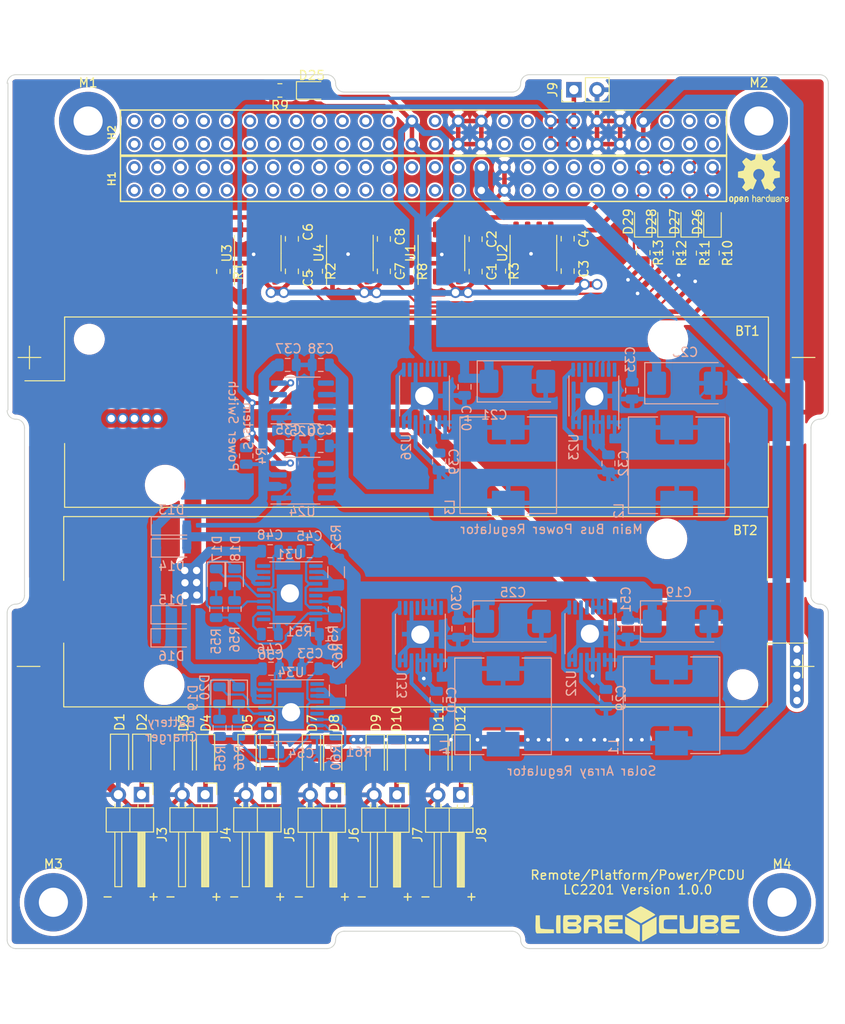
<source format=kicad_pcb>
(kicad_pcb (version 20240108) (generator "pcbnew") (generator_version "8.0")
  (layers (0 "F.Cu" signal) (31 "B.Cu" signal) (34 "B.Paste" user) (35 "F.Paste" user) (36 "B.SilkS" user "B.Silkscreen") (37 "F.SilkS" user "F.Silkscreen") (38 "B.Mask" user) (39 "F.Mask" user) (44 "Edge.Cuts" user))
  (net 0 "")
  (net 1 "+5V")
  (net 2 "Net-(C46-Pad1)")
  (net 3 "Net-(C19-Pad1)")
  (net 4 "Net-(C54-Pad1)")
  (net 5 "Net-(D26-Pad1)")
  (net 6 "Net-(D17-Pad2)")
  (net 7 "Net-(D17-Pad1)")
  (net 8 "Net-(D18-Pad2)")
  (net 9 "Net-(D18-Pad1)")
  (net 10 "Net-(D19-Pad2)")
  (net 11 "Net-(D19-Pad1)")
  (net 12 "Net-(D20-Pad2)")
  (net 13 "Net-(D20-Pad1)")
  (net 44 "PWR_LCL_3")
  (net 45 "PWR_LCL_4")
  (net 56 "PWR_LCL_1")
  (net 57 "PWR_LCL_2")
  (net 58 "+BATT")
  (net 59 "Net-(D25-Pad1)")
  (net 60 "ENA_LCL_4")
  (net 61 "ENA_LCL_3")
  (net 79 "Net-(L1-Pad1)")
  (net 80 "Net-(L2-Pad1)")
  (net 81 "Net-(L3-Pad1)")
  (net 82 "Net-(L4-Pad1)")
  (net 83 "Net-(R50-Pad2)")
  (net 84 "Net-(R60-Pad2)")
  (net 104 "ENA_LCL_2")
  (net 105 "ENA_LCL_1")
  (net 106 "Net-(C32-Pad1)")
  (net 107 "/Semi_Regulated_Bus")
  (net 108 "Net-(D27-Pad1)")
  (net 109 "Net-(D1-Pad2)")
  (net 110 "CHARGE")
  (net 111 "Net-(D3-Pad2)")
  (net 112 "Net-(D5-Pad2)")
  (net 113 "Net-(D7-Pad2)")
  (net 114 "Net-(D10-Pad2)")
  (net 115 "Net-(D11-Pad2)")
  (net 121 "S2")
  (net 135 "GND")
  (net 140 "Net-(R52-Pad1)")
  (net 141 "Net-(R62-Pad1)")
  (net 146 "Net-(D28-Pad1)")
  (net 147 "Net-(D29-Pad1)")
  (footprint "librecube_pcb_template:ESQ-126-39-x-D" (layer "F.Cu") (at 96.52 53.975)
    (property "Reference" "H1")
    (property "Value" "CONN_02X26")
  )
  (footprint "librecube_pcb_template:ESQ-126-39-x-D" (layer "F.Cu") (at 96.52 48.895)
    (property "Reference" "H2")
    (property "Value" "CONN_02X26")
  )
  (footprint "MountingHole:MountingHole_3.2mm_M3_Pad" (layer "F.Cu") (at 91.44 46.355)
    (property "Reference" "M1")
    (property "Value" "MountingHole")
  )
  (footprint "MountingHole:MountingHole_3.2mm_M3_Pad" (layer "F.Cu") (at 165.1 46.355)
    (property "Reference" "M2")
    (property "Value" "MountingHole")
  )
  (footprint "MountingHole:MountingHole_3.2mm_M3_Pad" (layer "F.Cu") (at 87.63 132.08)
    (property "Reference" "M3")
    (property "Value" "MountingHole")
  )
  (footprint "MountingHole:MountingHole_3.2mm_M3_Pad" (layer "F.Cu") (at 167.64 132.08)
    (property "Reference" "M4")
    (property "Value" "MountingHole")
  )
  (footprint "Capacitor_SMD:C_0805_2012Metric" (layer "F.Cu") (at 133.989949 62.875 90)
    (property "Reference" "C1")
    (property "Value" "0.1uF")
  )
  (footprint "Capacitor_SMD:C_0805_2012Metric" (layer "F.Cu") (at 133.989949 59.319 -90)
    (property "Reference" "C2")
    (property "Value" "0.1uF")
  )
  (footprint "Capacitor_SMD:C_0805_2012Metric" (layer "F.Cu") (at 144.096949 62.825 90)
    (property "Reference" "C3")
    (property "Value" "0.1uF")
  )
  (footprint "Package_SO:SO-8_3.9x4.9mm_P1.27mm" (layer "F.Cu") (at 140.336861 60.837632 90)
    (property "Reference" "U2")
    (property "Value" "TPS2034")
  )
  (footprint "Package_SO:SO-8_3.9x4.9mm_P1.27mm" (layer "F.Cu") (at 110.066861 60.862632 90)
    (property "Reference" "U3")
    (property "Value" "TPS2034")
  )
  (footprint "Package_SO:SO-8_3.9x4.9mm_P1.27mm" (layer "F.Cu") (at 130.236861 60.837632 90)
    (property "Reference" "U1")
    (property "Value" "TPS2034")
  )
  (footprint "Capacitor_SMD:C_0805_2012Metric" (layer "F.Cu") (at 144.096949 59.269 -90)
    (property "Reference" "C4")
    (property "Value" "0.1uF")
  )
  (footprint "Capacitor_SMD:C_0805_2012Metric" (layer "F.Cu") (at 113.816861 62.845132 90)
    (property "Reference" "C5")
    (property "Value" "0.1uF")
  )
  (footprint "Capacitor_SMD:C_0805_2012Metric" (layer "F.Cu") (at 113.816861 59.289132 -90)
    (property "Reference" "C6")
    (property "Value" "0.1uF")
  )
  (footprint "Package_SO:SO-8_3.9x4.9mm_P1.27mm" (layer "F.Cu") (at 120.179791 60.837264 90)
    (property "Reference" "U4")
    (property "Value" "TPS2034")
  )
  (footprint "Capacitor_SMD:C_0805_2012Metric" (layer "F.Cu") (at 123.917791 62.850132 90)
    (property "Reference" "C7")
    (property "Value" "0.1uF")
  )
  (footprint "Capacitor_SMD:C_0805_2012Metric" (layer "F.Cu") (at 123.917791 59.294132 -90)
    (property "Reference" "C8")
    (property "Value" "0.1uF")
  )
  (footprint "Connector_PinHeader_2.54mm:PinHeader_1x02_P2.54mm_Vertical" (layer "F.Cu") (at 144.78 42.926 90)
    (property "Reference" "J9")
    (property "Value" "Conn_01x02")
  )
  (footprint "Diode_SMD:D_SOD-123" (layer "F.Cu") (at 122.965 115.95 -90)
    (property "Reference" "D9")
    (property "Value" "D_Schottky")
  )
  (footprint "Diode_SMD:D_SOD-123" (layer "F.Cu") (at 118.3 115.95 -90)
    (property "Reference" "D8")
    (property "Value" "D_Schottky")
  )
  (footprint "Diode_SMD:D_SOD-123" (layer "F.Cu") (at 132.4 115.95 -90)
    (property "Reference" "D12")
    (property "Value" "D_Schottky")
  )
  (footprint "Diode_SMD:D_SOD-123" (layer "F.Cu") (at 115.965 115.95 -90)
    (property "Reference" "D7")
    (property "Value" "D_Schottky")
  )
  (footprint "Diode_SMD:D_SOD-123" (layer "F.Cu") (at 125.3 115.95 -90)
    (property "Reference" "D10")
    (property "Value" "D_Schottky")
  )
  (footprint "Connector_PinHeader_2.54mm:PinHeader_1x02_P2.54mm_Horizontal" (layer "F.Cu") (at 125.365 120.2975 -90)
    (property "Reference" "J7")
    (property "Value" "Conn_01x02")
  )
  (footprint "Connector_PinHeader_2.54mm:PinHeader_1x02_P2.54mm_Horizontal" (layer "F.Cu") (at 132.365 120.2975 -90)
    (property "Reference" "J8")
    (property "Value" "Conn_01x02")
  )
  (footprint "Connector_PinHeader_2.54mm:PinHeader_1x02_P2.54mm_Horizontal" (layer "F.Cu") (at 118.365 120.2975 -90)
    (property "Reference" "J6")
    (property "Value" "Conn_01x02")
  )
  (footprint "Battery:BatteryHolder_Keystone_1042_1x18650" (layer "F.Cu") (at 127.4 100.2 180)
    (property "Reference" "BT2")
    (property "Value" "Battery_Cell")
  )
  (footprint "Battery:BatteryHolder_Keystone_1042_1x18650" (layer "F.Cu") (at 127.5 78.3)
    (property "Reference" "BT1")
    (property "Value" "Battery_Cell")
  )
  (footprint "Symbol:OSHW-Logo2_7.3x6mm_SilkScreen" (layer "F.Cu") (at 165.1 52.7)
    (property "Reference" "REF**" (hide yes))
    (property "Value" "OSHW-Logo2_7.3x6mm_SilkScreen" (hide yes))
  )
  (footprint "Diode_SMD:D_SOD-123" (layer "F.Cu") (at 101.896 115.9205 -90)
    (property "Reference" "D3")
    (property "Value" "D_Schottky")
  )
  (footprint "Connector_PinHeader_2.54mm:PinHeader_1x02_P2.54mm_Horizontal" (layer "F.Cu") (at 97.296 120.268 -90)
    (property "Reference" "J3")
    (property "Value" "Conn_01x02")
  )
  (footprint "Diode_SMD:D_SOD-123" (layer "F.Cu") (at 111.331 115.9205 -90)
    (property "Reference" "D6")
    (property "Value" "D_Schottky")
  )
  (footprint "Connector_PinHeader_2.54mm:PinHeader_1x02_P2.54mm_Horizontal" (layer "F.Cu") (at 104.296 120.268 -90)
    (property "Reference" "J4")
    (property "Value" "Conn_01x02")
  )
  (footprint "Diode_SMD:D_SOD-123" (layer "F.Cu") (at 104.331 115.9205 -90)
    (property "Reference" "D4")
    (property "Value" "D_Schottky")
  )
  (footprint "Diode_SMD:D_SOD-123" (layer "F.Cu") (at 108.896 115.9205 -90)
    (property "Reference" "D5")
    (property "Value" "D_Schottky")
  )
  (footprint "Diode_SMD:D_SOD-123" (layer "F.Cu") (at 97.331 115.883 -90)
    (property "Reference" "D2")
    (property "Value" "D_Schottky")
  )
  (footprint "Connector_PinHeader_2.54mm:PinHeader_1x02_P2.54mm_Horizontal" (layer "F.Cu") (at 111.296 120.268 -90)
    (property "Reference" "J5")
    (property "Value" "Conn_01x02")
  )
  (footprint "librecube_pcb_template:LibreCube_logo_22.4mm" (layer "F.Cu") (at 151.765 134.493)
    (property "Reference" "G***" (hide yes))
    (property "Value" "LOGO" (hide yes))
  )
  (footprint "Diode_SMD:D_SOD-123" (layer "F.Cu") (at 129.965 115.95 -90)
    (property "Reference" "D11")
    (property "Value" "D_Schottky")
  )
  (footprint "Diode_SMD:D_SOD-123" (layer "F.Cu") (at 94.896 115.883 -90)
    (property "Reference" "D1")
    (property "Value" "D_Schottky")
  )
  (footprint "Resistor_SMD:R_0805_2012Metric" (layer "F.Cu") (at 157.5 60.85 -90)
    (property "Reference" "R11")
    (property "Value" "1.5k")
  )
  (footprint "Resistor_SMD:R_0805_2012Metric" (layer "F.Cu") (at 152.4 60.8 -90)
    (property "Reference" "R13")
    (property "Value" "1.5k")
  )
  (footprint "Resistor_SMD:R_0805_2012Metric" (layer "F.Cu") (at 136.546949 62.825 -90)
    (property "Reference" "R3")
    (property "Value" "1M")
  )
  (footprint "Resistor_SMD:R_0805_2012Metric" (layer "F.Cu") (at 106.290949 62.859 -90)
    (property "Reference" "R1")
    (property "Value" "1M")
  )
  (footprint "Diode_SMD:D_0805_2012Metric" (layer "F.Cu") (at 116 43)
    (property "Reference" "D25")
    (property "Value" "LED")
  )
  (footprint "Diode_SMD:D_0805_2012Metric" (layer "F.Cu") (at 152.4 57.4 90)
    (property "Reference" "D29")
    (property "Value" "LED")
  )
  (footprint "Resistor_SMD:R_0805_2012Metric" (layer "F.Cu") (at 116.435879 62.837632 -90)
    (property "Reference" "R2")
    (property "Value" "1M")
  )
  (footprint "Diode_SMD:D_0805_2012Metric" (layer "F.Cu") (at 160 57.4125 90)
    (property "Reference" "D26")
    (property "Value" "LED")
  )
  (footprint "Resistor_SMD:R_0805_2012Metric" (layer "F.Cu") (at 126.489949 62.875 -90)
    (property "Reference" "R8")
    (property "Value" "1M")
  )
  (footprint "Resistor_SMD:R_0805_2012Metric" (layer "F.Cu") (at 154.95 60.85 -90)
    (property "Reference" "R12")
    (property "Value" "1.5k")
  )
  (footprint "Diode_SMD:D_0805_2012Metric" (layer "F.Cu") (at 154.95 57.4 90)
    (property "Reference" "D28")
    (property "Value" "LED")
  )
  (footprint "Resistor_SMD:R_0805_2012Metric" (layer "F.Cu") (at 160 60.85 -90)
    (property "Reference" "R10")
    (property "Value" "1.5k")
  )
  (footprint "Diode_SMD:D_0805_2012Metric" (layer "F.Cu") (at 157.5 57.4 90)
    (property "Reference" "D27")
    (property "Value" "LED")
  )
  (footprint "Resistor_SMD:R_0805_2012Metric" (layer "F.Cu") (at 112.5 43 180)
    (property "Reference" "R9")
    (property "Value" "1.5k")
  )
  (footprint "Diode_SMD:D_SOD-123" (layer "B.Cu") (at 100.619583 93.202917)
    (property "Reference" "D14")
    (property "Value" "D_Schottky")
  )
  (footprint "Package_SO:HTSSOP-20-1EP_4.4x6.5mm_P0.65mm_EP2.85x4mm" (layer "B.Cu") (at 113.576083 98.108958 180)
    (property "Reference" "U31")
    (property "Value" "bq24002")
  )
  (footprint "Capacitor_SMD:C_0805_2012Metric" (layer "B.Cu") (at 148.575 83.925 90)
    (property "Reference" "C32")
    (property "Value" "10uF")
  )
  (footprint "Capacitor_SMD:C_0805_2012Metric" (layer "B.Cu") (at 151.175 75.925 -90)
    (property "Reference" "C33")
    (property "Value" "2.2uF")
  )
  (footprint "Capacitor_SMD:C_0805_2012Metric" (layer "B.Cu") (at 113.433 82.009)
    (property "Reference" "C35")
    (property "Value" "0.1uF")
  )
  (footprint "Capacitor_SMD:C_0805_2012Metric" (layer "B.Cu") (at 116.989 82.009 180)
    (property "Reference" "C36")
    (property "Value" "0.1uF")
  )
  (footprint "Capacitor_SMD:C_0805_2012Metric" (layer "B.Cu") (at 113.3545 73.119)
    (property "Reference" "C37")
    (property "Value" "0.1uF")
  )
  (footprint "Capacitor_SMD:C_0805_2012Metric" (layer "B.Cu") (at 116.989 73.119 180)
    (property "Reference" "C38")
    (property "Value" "0.1uF")
  )
  (footprint "Capacitor_SMD:C_0805_2012Metric" (layer "B.Cu") (at 111.401083 102.658958)
    (property "Reference" "C46")
    (property "Value" "0.22uF")
  )
  (footprint "Capacitor_SMD:C_0805_2012Metric" (layer "B.Cu") (at 111.426083 93.558958)
    (property "Reference" "C48")
    (property "Value" "10uF")
  )
  (footprint "Diode_SMD:D_SOD-123" (layer "B.Cu") (at 100.623983 90.791037)
    (property "Reference" "D13")
    (property "Value" "D_Schottky")
  )
  (footprint "Diode_SMD:D_SOD-123" (layer "B.Cu") (at 100.594583 100.527917)
    (property "Reference" "D15")
    (property "Value" "D_Schottky")
  )
  (footprint "Diode_SMD:D_SOD-123" (layer "B.Cu") (at 100.594583 103.067917)
    (property "Reference" "D16")
    (property "Value" "D_Schottky")
  )
  (footprint "Diode_SMD:D_0805_2012Metric" (layer "B.Cu") (at 105.501083 96.433958 -90)
    (property "Reference" "D17")
    (property "Value" "LED")
  )
  (footprint "Diode_SMD:D_0805_2012Metric" (layer "B.Cu") (at 107.526083 96.433958 -90)
    (property "Reference" "D18")
    (property "Value" "LED")
  )
  (footprint "Diode_SMD:D_0805_2012Metric" (layer "B.Cu") (at 105.875 109.3875 -90)
    (property "Reference" "D19")
    (property "Value" "LED")
  )
  (footprint "Inductor_SMD:L_10.4x10.4_H4.8" (layer "B.Cu") (at 156.072 84.129 -90)
    (property "Reference" "L2")
    (property "Value" "6.8uH")
  )
  (footprint "Resistor_SMD:R_0805_2012Metric" (layer "B.Cu") (at 118.526083 99.933958 90)
    (property "Reference" "R50")
    (property "Value" "309k")
  )
  (footprint "Resistor_SMD:R_0805_2012Metric" (layer "B.Cu") (at 117.776083 102.683958 180)
    (property "Reference" "R51")
    (property "Value" "110k")
  )
  (footprint "Resistor_SMD:R_1206_3216Metric" (layer "B.Cu") (at 118.676083 95.858958 90)
    (property "Reference" "R52")
    (property "Value" "0.1")
  )
  (footprint "Resistor_SMD:R_0805_2012Metric" (layer "B.Cu") (at 105.501083 99.908958 90)
    (property "Reference" "R55")
    (property "Value" "1.5k")
  )
  (footprint "Resistor_SMD:R_0805_2012Metric" (layer "B.Cu") (at 107.526083 99.908958 90)
    (property "Reference" "R56")
    (property "Value" "1.5k")
  )
  (footprint "Package_SO:HTSSOP-16-1EP_4.4x5mm_P0.65mm_EP3x3mm" (layer "B.Cu") (at 146.975 76.525 90)
    (property "Reference" "U23")
    (property "Value" "TPS61032")
  )
  (footprint "Package_SO:SO-8_3.9x4.9mm_P1.27mm" (layer "B.Cu") (at 114.957 85.819)
    (property "Reference" "U24")
    (property "Value" "TPS2034")
  )
  (footprint "Package_SO:SO-8_3.9x4.9mm_P1.27mm" (layer "B.Cu") (at 114.975 77.015)
    (property "Reference" "U25")
    (property "Value" "TPS2034")
  )
  (footprint "Capacitor_Tantalum_SMD:CP_EIA-7343-31_Kemet-D" (layer "B.Cu") (at 138.575 74.925)
    (property "Reference" "C21")
    (property "Value" "220uF")
  )
  (footprint "Capacitor_Tantalum_SMD:CP_EIA-7343-31_Kemet-D" (layer "B.Cu") (at 156.975 75.125)
    (property "Reference" "C23")
    (property "Value" "220uF")
  )
  (footprint "Capacitor_Tantalum_SMD:CP_EIA-7343-31_Kemet-D" (layer "B.Cu") (at 138.1 101.2625)
    (property "Reference" "C25")
    (property "Value" "220uF")
  )
  (footprint "Capacitor_SMD:C_0805_2012Metric" (layer "B.Cu") (at 129.975 83.725 90)
    (property "Reference" "C39")
    (property "Value" "10uF")
  )
  (footprint "Capacitor_SMD:C_0805_2012Metric" (layer "B.Cu") (at 132.775 75.525 -90)
    (property "Reference" "C40")
    (property "Value" "2.2uF")
  )
  (footprint "Inductor_SMD:L_10.4x10.4_H4.8" (layer "B.Cu") (at 137.575 84.125 -90)
    (property "Reference" "L3")
    (property "Value" "6.8uH")
  )
  (footprint "Package_SO:HTSSOP-16-1EP_4.4x5mm_P0.65mm_EP3x3mm" (layer "B.Cu") (at 128.375 76.525 90)
    (property "Reference" "U26")
    (property "Value" "TPS61032")
  )
  (footprint "Package_SO:HTSSOP-16-1EP_4.4x5mm_P0.65mm_EP3x3mm" (layer "B.Cu") (at 127.925 102.6625 90)
    (property "Reference" "U33")
    (property "Value" "TPS61032")
  )
  (footprint "Capacitor_SMD:C_0805_2012Metric" (layer "B.Cu") (at 132.1 102.0625 -90)
    (property "Reference" "C30")
    (property "Value" "2.2uF")
  )
  (footprint "Capacitor_SMD:C_0805_2012Metric" (layer "B.Cu") (at 150.7 102.0625 -90)
    (property "Reference" "C51")
    (property "Value" "2.2uF")
  )
  (footprint "Inductor_SMD:L_10.4x10.4_H4.8" (layer "B.Cu") (at 137.0048 110.5795 -90)
    (property "Reference" "L4")
    (property "Value" "6.8uH")
  )
  (footprint "Capacitor_SMD:C_0805_2012Metric" (layer "B.Cu") (at 129.7 109.8625 90)
    (property "Reference" "C50")
    (property "Value" "10uF")
  )
  (footprint "Capacitor_SMD:C_0805_2012Metric" (layer "B.Cu") (at 148.3 109.6625 90)
    (property "Reference" "C29")
    (property "Value" "10uF")
  )
  (footprint "Capacitor_Tantalum_SMD:CP_EIA-7343-31_Kemet-D" (layer "B.Cu") (at 156.5 101.2625)
    (property "Reference" "C19")
    (property "Value" "220uF")
  )
  (footprint "Inductor_SMD:L_10.4x10.4_H4.8" (layer "B.Cu") (at 155.5 110.4625 -90)
    (property "Reference" "L1")
    (property "Value" "6.8uH")
  )
  (footprint "Package_SO:HTSSOP-16-1EP_4.4x5mm_P0.65mm_EP3x3mm" (layer "B.Cu") (at 146.539 102.6105 90)
    (property "Reference" "U22")
    (property "Value" "TPS61032")
  )
  (footprint "Capacitor_SMD:C_0805_2012Metric" (layer "B.Cu") (at 115.751083 93.558958 180)
    (property "Reference" "C45")
    (property "Value" "10uF")
  )
  (footprint "Capacitor_SMD:C_0805_2012Metric" (layer "B.Cu") (at 111.519583 106.452917)
    (property "Reference" "C56")
    (property "Value" "10uF")
  )
  (footprint "Capacitor_SMD:C_0805_2012Metric" (layer "B.Cu") (at 115.837583 106.452917 180)
    (property "Reference" "C53")
    (property "Value" "10uF")
  )
  (footprint "Diode_SMD:D_0805_2012Metric" (layer "B.Cu") (at 107.975 109.3875 -90)
    (property "Reference" "D20")
    (property "Value" "LED")
  )
  (footprint "Package_SO:HTSSOP-20-1EP_4.4x6.5mm_P0.65mm_EP2.85x4mm" (layer "B.Cu") (at 113.713583 111.057917 180)
    (property "Reference" "U34")
    (property "Value" "bq24002")
  )
  (footprint "Resistor_SMD:R_0805_2012Metric" (layer "B.Cu") (at 118.641583 112.895917 90)
    (property "Reference" "R60")
    (property "Value" "309k")
  )
  (footprint "Resistor_SMD:R_0805_2012Metric" (layer "B.Cu") (at 117.891583 115.595917 180)
    (property "Reference" "R61")
    (property "Value" "110k")
  )
  (footprint "Resistor_SMD:R_0805_2012Metric" (layer "B.Cu") (at 107.975 112.925 90)
    (property "Reference" "R66")
    (property "Value" "1.5k")
  )
  (footprint "Capacitor_SMD:C_0805_2012Metric" (layer "B.Cu") (at 111.541583 115.595917)
    (property "Reference" "C54")
    (property "Value" "0.22uF")
  )
  (footprint "Resistor_SMD:R_1206_3216Metric" (layer "B.Cu") (at 118.841583 108.845917 90)
    (property "Reference" "R62")
    (property "Value" "0.1")
  )
  (footprint "Resistor_SMD:R_0805_2012Metric" (layer "B.Cu") (at 105.875 112.9375 90)
    (property "Reference" "R65")
    (property "Value" "1.5k")
  )
  (footprint "Resistor_SMD:R_0805_2012Metric" (layer "B.Cu") (at 108.8 83.1 90)
    (property "Reference" "R4")
    (property "Value" "1M")
  )
  (gr_rect (start 100.8 94.975) (end 103.95 99.2) (stroke (width 0.2)) (fill solid) (layer "B.Cu") (net 58))
  (gr_arc (start 83.5025 79.0702) (mid 82.828981 78.791219) (end 82.55 78.1177) (stroke (width 0.1)) (layer "Edge.Cuts"))
  (gr_arc (start 82.55 42.2275) (mid 82.828981 41.553981) (end 83.5025 41.275) (stroke (width 0.1)) (layer "Edge.Cuts"))
  (gr_arc (start 171.7675 41.275) (mid 172.441019 41.553981) (end 172.72 42.2275) (stroke (width 0.1)) (layer "Edge.Cuts"))
  (gr_arc (start 172.72 136.2075) (mid 172.441019 136.881019) (end 171.7675 137.16) (stroke (width 0.1)) (layer "Edge.Cuts"))
  (gr_arc (start 172.72 78.1177) (mid 172.441019 78.791219) (end 171.7675 79.0702) (stroke (width 0.1)) (layer "Edge.Cuts"))
  (gr_arc (start 171.7675 99.3648) (mid 172.441019 99.643781) (end 172.72 100.3173) (stroke (width 0.1)) (layer "Edge.Cuts"))
  (gr_arc (start 171.7675 99.3648) (mid 171.093981 99.085819) (end 170.815 98.4123) (stroke (width 0.1)) (layer "Edge.Cuts"))
  (gr_line (start 172.72 100.3173) (end 172.72 136.2075) (stroke (width 0.1)) (layer "Edge.Cuts"))
  (gr_line (start 170.815 80.0227) (end 170.815 98.4123) (stroke (width 0.1)) (layer "Edge.Cuts"))
  (gr_line (start 172.72 42.2275) (end 172.72 78.1177) (stroke (width 0.1)) (layer "Edge.Cuts"))
  (gr_arc (start 170.815 80.0227) (mid 171.093981 79.349181) (end 171.7675 79.0702) (stroke (width 0.1)) (layer "Edge.Cuts"))
  (gr_arc (start 137.9855 135.255) (mid 138.659019 135.533981) (end 138.938 136.2075) (stroke (width 0.1)) (layer "Edge.Cuts"))
  (gr_arc (start 139.8905 137.16) (mid 139.216981 136.881019) (end 138.938 136.2075) (stroke (width 0.1)) (layer "Edge.Cuts"))
  (gr_line (start 119.5705 135.255) (end 137.9855 135.255) (stroke (width 0.1)) (layer "Edge.Cuts"))
  (gr_arc (start 117.6655 41.275) (mid 118.339019 41.553981) (end 118.618 42.2275) (stroke (width 0.1)) (layer "Edge.Cuts"))
  (gr_line (start 83.5025 41.275) (end 117.6655 41.275) (stroke (width 0.1)) (layer "Edge.Cuts"))
  (gr_line (start 139.8905 41.275) (end 171.7675 41.275) (stroke (width 0.1)) (layer "Edge.Cuts"))
  (gr_arc (start 138.938 42.2275) (mid 139.216981 41.553981) (end 139.8905 41.275) (stroke (width 0.1)) (layer "Edge.Cuts"))
  (gr_arc (start 119.5705 43.18) (mid 118.896981 42.901019) (end 118.618 42.2275) (stroke (width 0.1)) (layer "Edge.Cuts"))
  (gr_line (start 119.5705 43.18) (end 137.9855 43.18) (stroke (width 0.1)) (layer "Edge.Cuts"))
  (gr_arc (start 138.938 42.2275) (mid 138.659019 42.901019) (end 137.9855 43.18) (stroke (width 0.1)) (layer "Edge.Cuts"))
  (gr_arc (start 118.618 136.2075) (mid 118.339019 136.881019) (end 117.6655 137.16) (stroke (width 0.1)) (layer "Edge.Cuts"))
  (gr_arc (start 118.618 136.2075) (mid 118.896981 135.533981) (end 119.5705 135.255) (stroke (width 0.1)) (layer "Edge.Cuts"))
  (gr_arc (start 82.55 100.3173) (mid 82.828981 99.643781) (end 83.5025 99.3648) (stroke (width 0.1)) (layer "Edge.Cuts"))
  (gr_arc (start 84.455 98.4123) (mid 84.176019 99.085819) (end 83.5025 99.3648) (stroke (width 0.1)) (layer "Edge.Cuts"))
  (gr_arc (start 83.5025 79.0702) (mid 84.176019 79.349181) (end 84.455 80.0227) (stroke (width 0.1)) (layer "Edge.Cuts"))
  (gr_line (start 84.455 80.0227) (end 84.455 98.4123) (stroke (width 0.1)) (layer "Edge.Cuts"))
  (gr_line (start 139.8905 137.16) (end 171.7675 137.16) (stroke (width 0.1)) (layer "Edge.Cuts"))
  (gr_line (start 83.5025 137.16) (end 117.6655 137.16) (stroke (width 0.1)) (layer "Edge.Cuts"))
  (gr_line (start 82.64 42.1799) (end 82.64 78.0701) (stroke (width 0.1)) (layer "Edge.Cuts"))
  (gr_line (start 82.55 100.3173) (end 82.55 136.2075) (stroke (width 0.1)) (layer "Edge.Cuts"))
  (gr_arc (start 83.5025 137.16) (mid 82.828981 136.881019) (end 82.55 136.2075) (stroke (width 0.1)) (layer "Edge.Cuts"))
  (gr_text "Battery\nCharger" (at 100.6 113.125 0) (layer "B.SilkS") (effects (font (size 1 1)) (justify mirror)))
  (gr_text "Solar Array Regulator" (at 145.65 117.675 0) (layer "B.SilkS") (effects (font (size 1 1)) (justify mirror)))
  (gr_text "System\nPower Switch" (at 108.175 79.815 270) (layer "B.SilkS") (effects (font (size 1 1)) (justify mirror)))
  (gr_text "Main Bus Power Regulator" (at 142.325 91.15 0) (layer "B.SilkS") (effects (font (size 1 1)) (justify mirror)))
  (gr_text "-     +" (at 103.006 131.418 0) (layer "F.SilkS") (effects (font (size 1 1))))
  (gr_text "-     +" (at 96.106 131.418 0) (layer "F.SilkS") (effects (font (size 1 1))))
  (gr_text "-     +" (at 110.006 131.418 0) (layer "F.SilkS") (effects (font (size 1 1))))
  (gr_text "-     +" (at 117.106 131.418 0) (layer "F.SilkS") (effects (font (size 1 1))))
  (gr_text "-     +" (at 124.006 131.418 0) (layer "F.SilkS") (effects (font (size 1 1))))
  (gr_text "Remote/Platform/Power/PCDU\nLC2201 Version 1.0.0" (at 151.8 129.9 0) (layer "F.SilkS") (effects (font (size 1 1))))
  (gr_text "-     +" (at 131.006 131.418 0) (layer "F.SilkS") (effects (font (size 1 1))))
  (segment (start 116.9375 43) (end 117.6625 43.725) (width 0.5) (layer "F.Cu") (net 1))
  (segment (start 147.325 64.275) (end 145.95 64.275) (width 0.65) (layer "F.Cu") (net 1))
  (segment (start 123.917791 63.787632) (end 123.917791 63.847132) (width 0.5) (layer "F.Cu") (net 1))
  (segment (start 143.121817 64.737632) (end 141.843333 64.737632) (width 0.5) (layer "F.Cu") (net 1))
  (segment (start 121.685511 64.737264) (end 122.968159 64.737264) (width 0.5) (layer "F.Cu") (net 1))
  (segment (start 144.096949 63.7625) (end 143.121817 64.737632) (width 0.5) (layer "F.Cu") (net 1))
  (segment (start 122.968159 64.737264) (end 123.917791 63.787632) (width 0.5) (layer "F.Cu") (net 1))
  (segment (start 110.701861 63.437632) (end 110.701861 63.89116) (width 0.5) (layer "F.Cu") (net 1))
  (segment (start 120.814791 63.412264) (end 120.814791 63.866544) (width 0.5) (layer "F.Cu") (net 1))
  (segment (start 110.701861 63.437632) (end 109.431861 63.437632) (width 0.5) (layer "F.Cu") (net 1))
  (segment (start 133.15 65.175) (end 131.775 65.175) (width 0.65) (layer "F.Cu") (net 1))
  (segment (start 133.064817 64.737632) (end 133.989949 63.8125) (width 0.5) (layer "F.Cu") (net 1))
  (segment (start 141.843333 64.737632) (end 140.971861 63.86616) (width 0.5) (layer "F.Cu") (net 1))
  (segment (start 123.1 65.2) (end 121.8 65.2) (width 0.65) (layer "F.Cu") (net 1))
  (segment (start 120.814791 63.866544) (end 121.685511 64.737264) (width 0.5) (layer "F.Cu") (net 1))
  (segment (start 130.871861 63.86616) (end 131.743333 64.737632) (width 0.5) (layer "F.Cu") (net 1))
  (segment (start 110.701861 63.89116) (end 111.573333 64.762632) (width 0.5) (layer "F.Cu") (net 1))
  (segment (start 124.37 43.725) (end 127 46.355) (width 0.5) (layer "F.Cu") (net 1))
  (segment (start 144.096949 63.7625) (end 145.4375 63.7625) (width 0.65) (layer "F.Cu") (net 1))
  (segment (start 111.573333 64.762632) (end 112.836861 64.762632) (width 0.5) (layer "F.Cu") (net 1))
  (segment (start 129.601861 63.412632) (end 130.871861 63.412632) (width 0.5) (layer "F.Cu") (net 1))
  (segment (start 120.814791 63.412264) (end 119.544791 63.412264) (width 0.5) (layer "F.Cu") (net 1))
  (segment (start 112.836861 64.762632) (end 113.816861 63.782632) (width 0.5) (layer "F.Cu") (net 1))
  (segment (start 140.971861 63.412632) (end 139.701861 63.412632) (width 0.5) (layer "F.Cu") (net 1))
  (segment (start 112.925 65.175) (end 111.525 65.175) (width 0.65) (layer "F.Cu") (net 1))
  (segment (start 117.6625 43.725) (end 124.37 43.725) (width 0.5) (layer "F.Cu") (net 1))
  (segment (start 131.743333 64.737632) (end 133.064817 64.737632) (width 0.5) (layer "F.Cu") (net 1))
  (segment (start 130.871861 63.412632) (end 130.871861 63.86616) (width 0.5) (layer "F.Cu") (net 1))
  (segment (start 121.8 65.2) (end 121.775 65.175) (width 0.65) (layer "F.Cu") (net 1))
  (segment (start 145.4375 63.7625) (end 145.95 64.275) (width 0.65) (layer "F.Cu") (net 1))
  (segment (start 140.971861 63.86616) (end 140.971861 63.412632) (width 0.5) (layer "F.Cu") (net 1))
  (segment (start 127 46.355) (end 127 48.895) (width 0.5) (layer "F.Cu") (net 1))
  (via (at 145.95 64.275) (size 1.2) (drill 0.8) (layers "F.Cu" "B.Cu") (net 1))
  (via (at 121.775 65.175) (size 1.2) (drill 0.8) (layers "F.Cu" "B.Cu") (net 1))
  (via (at 133.15 65.175) (size 1.2) (drill 0.8) (layers "F.Cu" "B.Cu") (net 1))
  (via (at 111.525 65.175) (size 1.2) (drill 0.8) (layers "F.Cu" "B.Cu") (net 1))
  (via (at 147.325 64.275) (size 1.2) (drill 0.8) (layers "F.Cu" "B.Cu") (net 1))
  (via (at 131.775 65.175) (size 1.2) (drill 0.8) (layers "F.Cu" "B.Cu") (net 1))
  (via (at 123.1 65.2) (size 1.2) (drill 0.8) (layers "F.Cu" "B.Cu") (net 1))
  (via (at 112.925 65.175) (size 1.2) (drill 0.8) (layers "F.Cu" "B.Cu") (net 1))
  (segment (start 148.64699 72.17499) (end 153.21899 72.17499) (width 1) (layer "B.Cu") (net 1))
  (segment (start 125.7925 55.0425) (end 127.5 56.75) (width 0.65) (layer "B.Cu") (net 1))
  (segment (start 128.375 65.225) (end 133.1 65.225) (width 0.65) (layer "B.Cu") (net 1))
  (segment (start 128.35 65.2) (end 128.375 65.225) (width 0.65) (layer "B.Cu") (net 1))
  (segment (start 129.35 73.65) (end 129.35 71.95) (width 0.25) (layer "B.Cu") (net 1))
  (segment (start 147.65901 72.17499) (end 148.64699 72.17499) (width 1) (layer "B.Cu") (net 1))
  (segment (start 128.825 57.05) (end 128.825 71.475) (width 0.65) (layer "B.Cu") (net 1))
  (segment (start 148.6 73.65) (end 148.6 72.15) (width 0.25) (layer "B.Cu") (net 1))
  (segment (start 132.775 72.835) (end 132.115 72.175) (width 1) (layer "B.Cu") (net 1))
  (segment (start 130.7475 55.1275) (end 128.825 57.05) (width 0.65) (layer "B.Cu") (net 1))
  (segment (start 151.175 72.925) (end 151.175 72.525) (width 0.25) (layer "B.Cu") (net 1))
  (segment (start 147.95 72.8) (end 147.95 73.65) (width 0.25) (layer "B.Cu") (net 1))
  (segment (start 133.1 65.225) (end 133.15 65.175) (width 0.65) (layer "B.Cu") (net 1))
  (segment (start 134.93099 72.17499) (end 147.65901 72.17499) (width 1) (layer "B.Cu") (net 1))
  (segment (start 135.4625 74.925) (end 135.4625 72.7065) (width 1) (layer "B.Cu") (net 1))
  (segment (start 130.027663 47.675) (end 130.7475 48.394837) (width 0.65) (layer "B.Cu") (net 1))
  (segment (start 148.6 72.15) (end 147.95 72.8) (width 0.25) (layer "B.Cu") (net 1))
  (segment (start 123.1 65.2) (end 128.35 65.2) (width 0.65) (layer "B.Cu") (net 1))
  (segment (start 127 48.895) (end 128.2075 50.1025) (width 0.65) (layer "B.Cu") (net 1))
  (segment (start 127.5 71.225) (end 128.475 72.2) (width 0.65) (layer "B.Cu") (net 1))
  (segment (start 132.115 72.175) (end 128.825 72.175) (width 1) (layer "B.Cu") (net 1))
  (segment (start 128.7 73.65) (end 128.7 72.2) (width 0.25) (layer "B.Cu") (net 1))
  (segment (start 133.15 65.175) (end 145.05 65.175) (width 0.65) (layer "B.Cu") (net 1))
  (segment (start 125.7925 47.5625) (end 125.7925 55.0425) (width 0.65) (layer "B.Cu") (net 1))
  (segment (start 147.3 73.65) (end 147.3 72.875) (width 0.25) (layer "B.Cu") (net 1))
  (segment (start 135.4625 72.7065) (end 134.93099 72.17499) (width 1) (layer "B.Cu") (net 1))
  (segment (start 145.05 65.175) (end 145.95 64.275) (width 0.65) (layer "B.Cu") (net 1))
  (segment (start 134.93098 72.175) (end 134.93099 72.17499) (width 1) (layer "B.Cu") (net 1))
  (segment (start 127.575 67.575) (end 127.575 71.225) (width 0.65) (layer "B.Cu") (net 1))
  (segment (start 132.775 74.5875) (end 132.775 72.835) (width 1) (layer "B.Cu") (net 1))
  (segment (start 151.175 74.9875) (end 151.175 72.525) (width 1) (layer "B.Cu") (net 1))
  (segment (start 128.475 72.2) (end 128.8 72.2) (width 0.65) (layer "B.Cu") (net 1))
  (segment (start 130.7475 48.394837) (end 130.7475 55.1275) (width 0.65) (layer "B.Cu") (net 1))
  (segment (start 128.825 71.475) (end 128.9 71.55) (width 0.65) (layer "B.Cu") (net 1))
  (segment (start 127 46.355) (end 125.7925 47.5625) (width 0.65) (layer "B.Cu") (net 1))
  (segment (start 128.2075 50.1025) (end 128.2075 71.6075) (width 0.65) (layer "B.Cu") (net 1))
  (segment (start 147.3 72.875) (end 148.05 72.125) (width 0.25) (layer "B.Cu") (net 1))
  (segment (start 127.575 56.75) (end 127.575 67.575) (width 0.65) (layer "B.Cu") (net 1))
  (segment (start 153.8625 72.8185) (end 153.8625 75.125) (width 1) (layer "B.Cu") (net 1))
  (segment (start 127 46.355) (end 128.32 47.675) (width 0.65) (layer "B.Cu") (net 1))
  (segment (start 151.175 74.9875) (end 151.175 72.925) (width 0.5) (layer "B.Cu") (net 1))
  (segment (start 128.825 72.175) (end 128.8 72.2) (width 1) (layer "B.Cu") (net 1))
  (segment (start 128.32 47.675) (end 130 47.675) (width 0.65) (layer "B.Cu") (net 1))
  (segment (start 130 47.675) (end 130.027663 47.675) (width 0.65) (layer "B.Cu") (net 1))
  (segment (start 130 73.65) (end 130 71.95) (width 0.25) (layer "B.Cu") (net 1))
  (segment (start 123.075 65.175) (end 123.1 65.2) (width 0.65) (layer "B.Cu") (net 1))
  (segment (start 135.125 74.5875) (end 135.4625 74.925) (width 1) (layer "B.Cu") (net 1))
  (segment (start 153.21899 72.17499) (end 153.8625 72.8185) (width 1) (layer "B.Cu") (net 1))
  (segment (start 132.775 74.5875) (end 135.125 74.5875) (width 1) (layer "B.Cu") (net 1))
  (segment (start 132.115 72.175) (end 134.93098 72.175) (width 1) (layer "B.Cu") (net 1))
  (segment (start 128.2075 71.6075) (end 128.8 72.2) (width 0.65) (layer "B.Cu") (net 1))
  (segment (start 111.525 65.175) (end 123.075 65.175) (width 0.65) (layer "B.Cu") (net 1))
  (segment (start 110.713583 100.383958) (end 110.025042 100.383958) (width 0.25) (layer "B.Cu") (net 2))
  (segment (start 109.569583 101.764958) (end 110.463583 102.658958) (width 0.25) (layer "B.Cu") (net 2))
  (segment (start 110.025042 100.383958) (end 109.569583 100.839417) (width 0.25) (layer "B.Cu") (net 2))
  (segment (start 109.569583 100.839417) (end 109.569583 101.764958) (width 0.25) (layer "B.Cu") (net 2))
  (segment (start 116.576083 110.082917) (end 115.887525 110.082917) (width 0.25) (layer "B.Cu") (net 3))
  (segment (start 115.887525 110.082917) (end 115.513573 110.456869) (width 0.25) (layer "B.Cu") (net 3))
  (segment (start 115.513573 110.456869) (end 115.513573 112.357907) (width 0.25) (layer "B.Cu") (net 3))
  (segment (start 115.513573 112.357907) (end 115.838583 112.682917) (width 0.25) (layer "B.Cu") (net 3))
  (segment (start 115.838583 112.682917) (end 116.576083 112.682917) (width 0.25) (layer "B.Cu") (net 3))
  (segment (start 115.326083 99.309999) (end 115.750042 99.733958) (width 0.25) (layer "B.Cu") (net 3))
  (segment (start 120.863266 98.2875) (end 120.625383 98.525383) (width 1) (layer "B.Cu") (net 3))
  (segment (start 115.326083 97.557917) (end 115.326083 99.309999) (width 0.25) (layer "B.Cu") (net 3))
  (segment (start 115.576083 100.383958) (end 113.151083 102.808958) (width 0.25) (layer "B.Cu") (net 3))
  (segment (start 102.273983 93.198517) (end 102.269583 93.202917) (width 1) (layer "B.Cu") (net 3))
  (segment (start 120.625383 105.662117) (end 118.841583 107.445917) (width 1.4986) (layer "B.Cu") (net 3))
  (segment (start 110.124749 116.620917) (end 112.966583 116.620917) (width 0.25) (layer "B.Cu") (net 3))
  (segment (start 116.438583 99.733958) (end 117.388583 99.733958) (width 0.25) (layer "B.Cu") (net 3))
  (segment (start 128.225 99.5875) (end 128.225 98.1375) (width 0.25) (layer "B.Cu") (net 3))
  (segment (start 117.848583 106.452917) (end 118.841583 107.445917) (width 1) (layer "B.Cu") (net 3))
  (segment (start 115.513583 107.714417) (end 116.775083 106.452917) (width 0.25) (layer "B.Cu") (net 3))
  (segment (start 120.625383 96.408258) (end 120.625383 97.949617) (width 1.4986) (layer "B.Cu") (net 3))
  (segment (start 116.576083 113.332917) (end 118.141083 113.332917) (width 0.25) (layer "B.Cu") (net 3))
  (segment (start 116.438583 100.383958) (end 118.038583 100.383958) (width 0.25) (layer "B.Cu") (net 3))
  (segment (start 128.175 98.2875) (end 120.863266 98.2875) (width 1) (layer "B.Cu") (net 3))
  (segment (start 150.7 101.125) (end 150.7 98.4375) (width 1) (layer "B.Cu") (net 3))
  (segment (start 150.7 98.4375) (end 150.52299 98.26049) (width 1) (layer "B.Cu") (net 3))
  (segment (start 115.376083 96.808958) (end 115.376083 94.871458) (width 0.25) (layer "B.Cu") (net 3))
  (segment (start 115.513583 109.708958) (end 115.513583 107.714417) (width 0.25) (layer "B.Cu") (net 3))
  (segment (start 120.625383 97.949617) (end 120.625383 98.525383) (width 1.4986) (layer "B.Cu") (net 3))
  (segment (start 107.526083 101.258958) (end 107.526083 100.846458) (width 0.25) (layer "B.Cu") (net 3))
  (segment (start 118.141083 113.332917) (end 118.641583 113.833417) (width 0.25) (layer "B.Cu") (net 3))
  (segment (start 134.85 101.125) (end 134.9875 101.2625) (width 0.5) (layer "B.Cu") (net 3))
  (segment (start 116.688583 93.558958) (end 117.776083 93.558958) (width 1) (layer "B.Cu") (net 3))
  (segment (start 115.750042 99.733958) (end 116.438583 99.733958) (width 0.25) (layer "B.Cu") (net 3))
  (segment (start 117.491083 112.682917) (end 118.641583 113.833417) (width 0.25) (layer "B.Cu") (net 3))
  (segment (start 107.975 114.471168) (end 107.975 113.8625) (width 0.25) (layer "B.Cu") (net 3))
  (segment (start 116.438583 97.133958) (end 115.701083 97.133958) (width 0.25) (layer "B.Cu") (net 3))
  (segment (start 135.22701 98.26049) (end 150.52299 98.26049) (width 1) (layer "B.Cu") (net 3))
  (segment (start 134.9875 101.2625) (end 134.9875 98.5) (width 1) (layer "B.Cu") (net 3))
  (segment (start 115.513583 114.073917) (end 115.513583 113.673917) (width 0.25) (layer "B.Cu") (net 3))
  (segment (start 128.20201 98.26049) (end 135.22701 98.26049) (width 1) (layer "B.Cu") (net 3))
  (segment (start 102.273983 91.976017) (end 102.273983 93.198517) (width 1) (layer "B.Cu") (net 3))
  (segment (start 116.438583 100.383958) (end 115.576083 100.383958) (width 0.25) (layer "B.Cu") (net 3))
  (segment (start 116.775083 106.452917) (end 117.848583 106.452917) (width 1) (layer "B.Cu") (net 3))
  (segment (start 150.52299 98.26049) (end 152.80599 98.26049) (width 1) (layer "B.Cu") (net 3))
  (segment (start 132.1 101.125) (end 132.1 99.8625) (width 0.5) (layer "B.Cu") (net 3))
  (segment (start 118.676083 94.458958) (end 116.193142 91.976017) (width 1) (layer "B.Cu") (net 3))
  (segment (start 115.887542 110.082917) (end 115.513583 109.708958) (width 0.25) (layer "B.Cu") (net 3))
  (segment (start 120.625383 98.525383) (end 120.625383 105.662117) (width 1.4986) (layer "B.Cu") (net 3))
  (segment (start 128.175 98.2875) (end 128.20201 98.26049) (width 1) (layer "B.Cu") (net 3))
  (segment (start 117.388583 99.733958) (end 118.526083 100.871458) (width 0.25) (layer "B.Cu") (net 3))
  (segment (start 153.3875 98.4375) (end 152.325 97.375) (width 1) (layer "B.Cu") (net 3))
  (segment (start 121.2 97.375) (end 120.625383 97.949617) (width 1) (layer "B.Cu") (net 3))
  (segment (start 147.514 99.7355) (end 147.514 98.2765) (width 0.25) (layer "B.Cu") (net 3))
  (segment (start 116.576083 112.682917) (end 117.491083 112.682917) (width 0.25) (layer "B.Cu") (net 3))
  (segment (start 109.951083 103.683958) (end 107.526083 101.258958) (width 0.25) (layer "B.Cu") (net 3))
  (segment (start 113.151083 102.808958) (end 113.151083 103.350792) (width 0.25) (layer "B.Cu") (net 3))
  (segment (start 153.3875 98.842) (end 152.80599 98.26049) (width 1) (layer "B.Cu") (net 3))
  (segment (start 132.1 101.125) (end 134.85 101.125) (width 0.5) (layer "B.Cu") (net 3))
  (segment (start 107.9625 113.875) (end 107.975 113.8625) (width 0.25) (layer "B.Cu") (net 3))
  (segment (start 128.875 99.5875) (end 128.875 98.0875) (width 0.25) (layer "B.Cu") (net 3))
  (segment (start 116.193142 91.976017) (end 102.273983 91.976017) (width 1) (layer "B.Cu") (net 3))
  (segment (start 105.501083 100.846458) (end 107.526083 100.846458) (width 0.25) (layer "B.Cu") (net 3))
  (segment (start 112.966583 116.620917) (end 115.513583 114.073917) (width 0.25) (layer "B.Cu") (net 3))
  (segment (start 115.376083 94.871458) (end 116.688583 93.558958) (width 0.25) (layer "B.Cu") (net 3))
  (segment (start 132.1 98.375) (end 132.0125 98.2875) (width 1) (layer "B.Cu") (net 3))
  (segment (start 129.525 99.5875) (end 129.525 98.2875) (width 0.25) (layer "B.Cu") (net 3))
  (segment (start 148.164 99.7355) (end 148.164 98.1265) (width 0.25) (layer "B.Cu") (net 3))
  (segment (start 118.676083 94.458958) (end 120.625383 96.408258) (width 1.4986) (layer "B.Cu") (net 3))
  (segment (start 152.325 97.375) (end 121.2 97.375) (width 1) (layer "B.Cu") (net 3))
  (segment (start 113.151083 103.350792) (end 112.817917 103.683958) (width 0.25) (layer "B.Cu") (net 3))
  (segment (start 153.3875 101.2625) (end 153.3875 98.4375) (width 1) (layer "B.Cu") (net 3))
  (segment (start 153.3875 101.2625) (end 153.3875 98.842) (width 1) (layer "B.Cu") (net 3))
  (segment (start 105.875 113.875) (end 107.9625 113.875) (width 0.25) (layer "B.Cu") (net 3))
  (segment (start 146.864 99.7355) (end 146.864 98.4985) (width 0.25) (layer "B.Cu") (net 3))
  (segment (start 118.038583 100.383958) (end 118.526083 100.871458) (width 0.25) (layer "B.Cu") (net 3))
  (segment (start 115.701083 97.133958) (end 115.376083 96.808958) (width 0.25) (layer "B.Cu") (net 3))
  (segment (start 117.776083 93.558958) (end 118.676083 94.458958) (width 1) (layer "B.Cu") (net 3))
  (segment (start 112.817917 103.683958) (end 109.951083 103.683958) (width 0.25) (layer "B.Cu") (net 3))
  (segment (start 132.0125 98.2875) (end 128.175 98.2875) (width 1) (layer "B.Cu") (net 3))
  (segment (start 146.864 98.4985) (end 147.3 98.0625) (width 0.25) (layer "B.Cu") (net 3))
  (segment (start 110.124749 116.620917) (end 107.975 114.471168) (width 0.25) (layer "B.Cu") (net 3))
  (segment (start 134.9875 98.5) (end 135.22701 98.26049) (width 1) (layer "B.Cu") (net 3))
  (segment (start 115.513583 113.673917) (end 115.854583 113.332917) (width 0.25) (layer "B.Cu") (net 3))
  (segment (start 115.750042 97.133958) (end 115.326083 97.557917) (width 0.25) (layer "B.Cu") (net 3))
  (segment (start 116.438583 97.133958) (end 115.750042 97.133958) (width 0.25) (layer "B.Cu") (net 3))
  (segment (start 132.1 101.125) (end 132.1 98.375) (width 1) (layer "B.Cu") (net 3))
  (segment (start 115.854583 113.332917) (end 116.576083 113.332917) (width 0.25) (layer "B.Cu") (net 3))
  (segment (start 116.576083 110.082917) (end 115.887542 110.082917) (width 0.25) (layer "B.Cu") (net 3))
  (segment (start 102.273983 90.791037) (end 102.273983 91.976017) (width 1) (layer "B.Cu") (net 3))
  (segment (start 110.162542 113.332917) (end 109.788583 113.706876) (width 0.25) (layer "B.Cu") (net 4))
  (segment (start 110.851083 113.332917) (end 110.162542 113.332917) (width 0.25) (layer "B.Cu") (net 4))
  (segment (start 109.788583 114.780417) (end 110.604083 115.595917) (width 0.25) (layer "B.Cu") (net 4))
  (segment (start 109.788583 113.706876) (end 109.788583 114.780417) (width 0.25) (layer "B.Cu") (net 4))
  (segment (start 160 58.35) (end 160 59.9375) (width 0.25) (layer "F.Cu") (net 5))
  (segment (start 105.501083 97.371458) (end 105.501083 98.971458) (width 0.25) (layer "B.Cu") (net 6))
  (segment (start 106.313583 96.308958) (end 105.501083 95.496458) (width 0.25) (layer "B.Cu") (net 7))
  (segment (start 108.551083 96.733958) (end 108.126083 96.308958) (width 0.25) (layer "B.Cu") (net 7))
  (segment (start 110.001083 98.433958) (end 108.551083 96.983958) (width 0.25) (layer "B.Cu") (net 7))
  (segment (start 108.551083 96.983958) (end 108.551083 96.733958) (width 0.25) (layer "B.Cu") (net 7))
  (segment (start 108.126083 96.308958) (end 106.313583 96.308958) (width 0.25) (layer "B.Cu") (net 7))
  (segment (start 110.713583 98.433958) (end 110.001083 98.433958) (width 0.25) (layer "B.Cu") (net 7))
  (segment (start 107.526083 98.971458) (end 107.526083 97.371458) (width 0.25) (layer "B.Cu") (net 8))
  (segment (start 104.809249 99.783958) (end 104.476083 99.450792) (width 0.25) (layer "B.Cu") (net 9))
  (segment (start 110.713583 99.083958) (end 108.917917 99.083958) (width 0.25) (layer "B.Cu") (net 9))
  (segment (start 106.713583 94.683958) (end 107.526083 95.496458) (width 0.25) (layer "B.Cu") (net 9))
  (segment (start 108.917917 99.083958) (end 108.217917 99.783958) (width 0.25) (layer "B.Cu") (net 9))
  (segment (start 104.809249 94.683958) (end 106.713583 94.683958) (width 0.25) (layer "B.Cu") (net 9))
  (segment (start 108.217917 99.783958) (end 104.809249 99.783958) (width 0.25) (layer "B.Cu") (net 9))
  (segment (start 104.476083 95.017124) (end 104.809249 94.683958) (width 0.25) (layer "B.Cu") (net 9))
  (segment (start 104.476083 99.450792) (end 104.476083 95.017124) (width 0.25) (layer "B.Cu") (net 9))
  (segment (start 105.875 110.325) (end 105.875 112) (width 0.25) (layer "B.Cu") (net 10))
  (segment (start 109 110.804334) (end 109.578583 111.382917) (width 0.25) (layer "B.Cu") (net 11))
  (segment (start 108.441834 109.2875) (end 106.7125 109.2875) (width 0.25) (layer "B.Cu") (net 11))
  (segment (start 109 109.845666) (end 108.441834 109.2875) (width 0.25) (layer "B.Cu") (net 11))
  (segment (start 109.578583 111.382917) (end 110.851083 111.382917) (width 0.25) (layer "B.Cu") (net 11))
  (segment (start 109 110.804334) (end 109 109.845666) (width 0.25) (layer "B.Cu") (net 11))
  (segment (start 106.7125 109.2875) (end 105.875 108.45) (width 0.25) (layer "B.Cu") (net 11))
  (segment (start 107.975 111.9875) (end 107.975 110.325) (width 0.25) (layer "B.Cu") (net 12))
  (segment (start 104.85 107.970666) (end 104.85 112.479334) (width 0.25) (layer "B.Cu") (net 13))
  (segment (start 105.183166 107.6375) (end 104.85 107.970666) (width 0.25) (layer "B.Cu") (net 13))
  (segment (start 107.975 108.45) (end 107.1625 107.6375) (width 0.25) (layer "B.Cu") (net 13))
  (segment (start 105.183166 112.8125) (end 109.382959 112.8125) (width 0.25) (layer "B.Cu") (net 13))
  (segment (start 110.162542 112.032917) (end 110.851083 112.032917) (width 0.25) (layer "B.Cu") (net 13))
  (segment (start 107.1625 107.6375) (end 105.183166 107.6375) (width 0.25) (layer "B.Cu") (net 13))
  (segment (start 109.382959 112.8125) (end 110.162542 112.032917) (width 0.25) (layer "B.Cu") (net 13))
  (segment (start 104.85 112.479334) (end 105.183166 112.8125) (width 0.25) (layer "B.Cu") (net 13))
  (segment (start 155.9475 52.4425) (end 154.94 51.435) (width 0.25) (layer "F.Cu") (net 44))
  (segment (start 153.8075 50.3025) (end 149.3475 50.3025) (width 0.5) (layer "F.Cu") (net 44))
  (segment (start 149.3475 50.3025) (end 148.4525 51.1975) (width 0.5) (layer "F.Cu") (net 44))
  (segment (start 154.94 51.435) (end 153.8075 50.3025) (width 0.5) (layer "F.Cu") (net 44))
  (segment (start 131.743333 59.587632) (end 132.783817 59.587632) (width 0.5) (layer "F.Cu") (net 44))
  (segment (start 148.4525 51.1975) (end 148.4525 54.5225) (width 0.5) (layer "F.Cu") (net 44))
  (segment (start 155.9475 55.465) (end 155.9475 52.4425) (width 0.25) (layer "F.Cu") (net 44))
  (segment (start 154.95 56.4625) (end 155.9475 55.465) (width 0.25) (layer "F.Cu") (net 44))
  (segment (start 146.037368 56.937632) (end 135.433817 56.937632) (width 0.5) (layer "F.Cu") (net 44))
  (segment (start 130.871861 58.262632) (end 130.871861 58.71616) (width 0.5) (layer "F.Cu") (net 44))
  (segment (start 135.433817 56.937632) (end 133.989949 58.3815) (width 0.5) (layer "F.Cu") (net 44))
  (segment (start 128.331861 58.262632) (end 130.871861 58.262632) (width 0.5) (layer "F.Cu") (net 44))
  (segment (start 130.871861 58.71616) (end 131.743333 59.587632) (width 0.5) (layer "F.Cu") (net 44))
  (segment (start 148.4525 54.5225) (end 146.037368 56.937632) (width 0.5) (layer "F.Cu") (net 44))
  (segment (start 132.783817 59.587632) (end 133.989949 58.3815) (width 0.5) (layer "F.Cu") (net 44))
  (segment (start 140.971861 58.262632) (end 140.971861 58.71616) (width 0.5) (layer "F.Cu") (net 45))
  (segment (start 151.2675 54.294328) (end 147.230328 58.3315) (width 0.5) (layer "F.Cu") (net 45))
  (segment (start 140.971861 58.71616) (end 141.843333 59.587632) (width 0.5) (layer "F.Cu") (net 45))
  (segment (start 138.431861 58.262632) (end 140.971861 58.262632) (width 0.5) (layer "F.Cu") (net 45))
  (segment (start 142.840817 59.587632) (end 144.096949 58.3315) (width 0.5) (layer "F.Cu") (net 45))
  (segment (start 147.230328 58.3315) (end 144.096949 58.3315) (width 0.5) (layer "F.Cu") (net 45))
  (segment (start 141.843333 59.587632) (end 142.840817 59.587632) (width 0.5) (layer "F.Cu") (net 45))
  (segment (start 153.4075 52.4425) (end 152.4 51.435) (width 0.25) (layer "F.Cu") (net 45))
  (segment (start 152.4 56.4625) (end 153.4075 55.455) (width 0.25) (layer "F.Cu") (net 45))
  (segment (start 152.4 51.435) (end 151.2675 52.5675) (width 0.5) (layer "F.Cu") (net 45))
  (segment (start 151.2675 52.5675) (end 151.2675 54.294328) (width 0.5) (layer "F.Cu") (net 45))
  (segment (start 153.4075 55.455) (end 153.4075 52.4425) (width 0.25) (layer "F.Cu") (net 45))
  (segment (start 161.702154 53.117154) (end 161.702154 61.762795) (width 0.5) (layer "F.Cu") (net 56))
  (segment (start 161.0275 55.4475) (end 161.0275 52.4425) (width 0.25) (layer "F.Cu") (net 56))
  (segment (start 161.702154 61.762795) (end 156.189949 67.275) (width 0.5) (layer "F.Cu") (net 56))
  (segment (start 108.161861 58.287632) (end 110.701861 58.287632) (width 0.5) (layer "F.Cu") (net 56))
  (segment (start 113.816861 58.52866) (end 113.816861 58.351632) (width 0.5) (layer "F.Cu") (net 56))
  (segment (start 112.555861 59.612632) (end 113.816861 58.351632) (width 0.5) (layer "F.Cu") (net 56))
  (segment (start 103.875 60.825) (end 106.412368 58.287632) (width 0.5) (layer "F.Cu") (net 56))
  (segment (start 110.701861 58.74116) (end 111.573333 59.612632) (width 0.5) (layer "F.Cu") (net 56))
  (segment (start 156.189949 67.275) (end 107.45 67.275) (width 0.5) (layer "F.Cu") (net 56))
  (segment (start 160.02 51.435) (end 161.702154 53.117154) (width 0.5) (layer "F.Cu") (net 56))
  (segment (start 103.875 63.7) (end 103.875 60.825) (width 0.5) (layer "F.Cu") (net 56))
  (segment (start 111.573333 59.612632) (end 112.555861 59.612632) (width 0.5) (layer "F.Cu") (net 56))
  (segment (start 161.0275 52.4425) (end 160.02 51.435) (width 0.25) (layer "F.Cu") (net 56))
  (segment (start 106.412368 58.287632) (end 108.161861 58.287632) (width 0.5) (layer "F.Cu") (net 56))
  (segment (start 160 56.475) (end 161.0275 55.4475) (width 0.25) (layer "F.Cu") (net 56))
  (segment (start 110.701861 58.287632) (end 110.701861 58.74116) (width 0.5) (layer "F.Cu") (net 56))
  (segment (start 107.45 67.275) (end 103.875 63.7) (width 0.5) (layer "F.Cu") (net 56))
  (segment (start 162.6 52.4) (end 162.6 62.875001) (width 0.5) (layer "F.Cu") (net 57))
  (segment (start 103.175 60.53505) (end 106.78505 56.925) (width 0.5) (layer "F.Cu") (net 57))
  (segment (start 157.500001 67.975) (end 107.16005 67.975) (width 0.5) (layer "F.Cu") (net 57))
  (segment (start 106.78505 56.925) (end 116.937527 56.925) (width 0.5) (layer "F.Cu") (net 57))
  (segment (start 158.4875 52.4425) (end 157.48 51.435) (width 0.25) (layer "F.Cu") (net 57))
  (segment (start 120.814791 58.715792) (end 120.814791 58.262264) (width 0.5) (layer "F.Cu") (net 57))
  (segment (start 122.687159 59.587264) (end 121.686263 59.587264) (width 0.5) (layer "F.Cu") (net 57))
  (segment (start 157.5 56.4625) (end 158.4875 55.475) (width 0.25) (layer "F.Cu") (net 57))
  (segment (start 162.6 62.875001) (end 157.500001 67.975) (width 0.5) (layer "F.Cu") (net 57))
  (segment (start 107.16005 67.975) (end 103.175 63.98995) (width 0.5) (layer "F.Cu") (net 57))
  (segment (start 118.274791 58.262264) (end 120.814791 58.262264) (width 0.5) (layer "F.Cu") (net 57))
  (segment (start 116.937527 56.925) (end 118.274791 58.262264) (width 0.5) (layer "F.Cu") (net 57))
  (segment (start 157.48 51.435) (end 158.6125 50.3025) (width 0.5) (layer "F.Cu") (net 57))
  (segment (start 123.917791 58.356632) (end 122.687159 59.587264) (width 0.5) (layer "F.Cu") (net 57))
  (segment (start 158.6125 50.3025) (end 160.5025 50.3025) (width 0.5) (layer "F.Cu") (net 57))
  (segment (start 121.686263 59.587264) (end 120.814791 58.715792) (width 0.5) (layer "F.Cu") (net 57))
  (segment (start 103.175 63.98995) (end 103.175 60.53505) (width 0.5) (layer "F.Cu") (net 57))
  (segment (start 158.4875 55.475) (end 158.4875 52.4425) (width 0.25) (layer "F.Cu") (net 57))
  (segment (start 160.5025 50.3025) (end 162.6 52.4) (width 0.5) (layer "F.Cu") (net 57))
  (segment (start 102.05 95.675) (end 103.35 95.675) (width 1) (layer "F.Cu") (net 58))
  (segment (start 148.466838 100.2) (end 165.9 100.2) (width 2.032) (layer "F.Cu") (net 58))
  (segment (start 127.260838 78.994) (end 148.466838 100.2) (width 2.032) (layer "F.Cu") (net 58))
  (segment (start 169.275 103.575) (end 165.9 100.2) (width 1.4986) (layer "F.Cu") (net 58))
  (segment (start 169.275 109.95) (end 169.275 103.575) (width 1.4986) (layer "F.Cu") (net 58))
  (segment (start 102.525 81.8) (end 99.719 78.994) (width 1) (layer "F.Cu") (net 58))
  (segment (start 102.1 98.425) (end 102.1 94.9) (width 1) (layer "F.Cu") (net 58))
  (segment (start 102.075 97.025) (end 103.325 97.025) (width 1) (layer "F.Cu") (net 58))
  (segment (start 102.1 98.425) (end 103.075 98.425) (width 1) (layer "F.Cu") (net 58))
  (segment (start 102.1 94.9) (end 102.525 94.475) (width 1) (layer "F.Cu") (net 58))
  (segment (start 103.325 97.025) (end 103.35 97) (width 1) (layer "F.Cu") (net 58))
  (segment (start 103.325 98.425) (end 103.375 98.375) (width 1) (layer "F.Cu") (net 58))
  (segment (start 99.06 78.994) (end 101.044 78.994) (width 2.032) (layer "F.Cu") (net 58))
  (segment (start 103.075 98.425) (end 103.325 98.425) (width 1) (layer "F.Cu") (net 58))
  (segment (start 99.719 78.994) (end 99.06 78.994) (width 1) (layer "F.Cu") (net 58))
  (segment (start 152.4 46.355) (end 152.4 48.895) (width 0.5) (layer "F.Cu") (net 58))
  (segment (start 103.375 81.325) (end 101.044 78.994) (width 1) (layer "F.Cu") (net 58))
  (segment (start 166 101) (end 166.495 101) (width 0.5) (layer "F.Cu") (net 58))
  (segment (start 101.044 78.994) (end 127.260838 78.994) (width 2.032) (layer "F.Cu") (net 58))
  (segment (start 102.525 93.65) (end 102.525 97.875) (width 1) (layer "F.Cu") (net 58))
  (segment (start 102.525 94.475) (end 102.525 93.65) (width 1) (layer "F.Cu") (net 58))
  (segment (start 89.006 78.994) (end 89 79) (width 2.032) (layer "F.Cu") (net 58))
  (segment (start 102.525 93.65) (end 102.525 81.8) (width 1) (layer "F.Cu") (net 58))
  (segment (start 99.06 78.994) (end 89.006 78.994) (width 2.032) (layer "F.Cu") (net 58))
  (segment (start 102.525 97.875) (end 103.075 98.425) (width 1) (layer "F.Cu") (net 58))
  (segment (start 103.375 98.375) (end 103.375 81.325) (width 1) (layer "F.Cu") (net 58))
  (via (at 99.06 78.994) (size 1.2) (drill 0.8) (layers "F.Cu" "B.Cu") (net 58))
  (via (at 93.98 78.994) (size 1.2) (drill 0.8) (layers "F.Cu" "B.Cu") (net 58))
  (via (at 102.1 98.425) (size 1.2) (drill 0.8) (layers "F.Cu" "B.Cu") (net 58))
  (via (at 169.275 105.75) (size 1.2) (drill 0.8) (layers "F.Cu" "B.Cu") (net 58))
  (via (at 97.79 78.994) (size 1.2) (drill 0.8) (layers "F.Cu" "B.Cu") (net 58))
  (via (at 103.35 95.675) (size 1.2) (drill 0.8) (layers "F.Cu" "B.Cu") (net 58))
  (via (at 169.275 108.575) (size 1.2) (drill 0.8) (layers "F.Cu" "B.Cu") (net 58))
  (via (at 169.275 107.175) (size 1.2) (drill 0.8) (layers "F.Cu" "B.Cu") (net 58))
  (via (at 95.25 78.994) (size 1.2) (drill 0.8) (layers "F.Cu" "B.Cu") (net 58))
  (via (at 103.35 97) (size 1.2) (drill 0.8) (layers "F.Cu" "B.Cu") (net 58))
  (via (at 102.05 95.675) (size 1.2) (drill 0.8) (layers "F.Cu" "B.Cu") (net 58))
  (via (at 102.075 97.025) (size 1.2) (drill 0.8) (layers "F.Cu" "B.Cu") (net 58))
  (via (at 169.275 104.3) (size 1.2) (drill 0.8) (layers "F.Cu" "B.Cu") (net 58))
  (via (at 96.52 78.994) (size 1.2) (drill 0.8) (layers "F.Cu" "B.Cu") (net 58))
  (via (at 169.275 109.95) (size 1.2) (drill 0.8) (layers "F.Cu" "B.Cu") (net 58))
  (via (at 103.375 98.375) (size 1.2) (drill 0.8) (layers "F.Cu" "B.Cu") (net 58))
  (segment (start 110.069583 110.082917) (end 109.788573 109.801907) (width 0.25) (layer "B.Cu") (net 58))
  (segment (start 110.851083 110.082917) (end 110.069583 110.082917) (width 0.25) (layer "B.Cu") (net 58))
  (segment (start 109.927583 109.432917) (end 109.788573 109.293907) (width 0.25) (layer "B.Cu") (net 58))
  (segment (start 109.788573 109.293907) (end 109.788573 108.457907) (width 0.25) (layer "B.Cu") (net 58))
  (segment (start 110.851083 109.432917) (end 109.927583 109.432917) (width 0.25) (layer "B.Cu") (net 58))
  (segment (start 110.851083 108.782917) (end 110.113583 108.782917) (width 0.25) (layer "B.Cu") (net 58))
  (segment (start 110.113583 108.782917) (end 109.788573 108.457907) (width 0.25) (layer "B.Cu") (net 58))
  (segment (start 109.788573 108.457907) (end 109.788573 107.246427) (width 0.25) (layer "B.Cu") (net 58))
  (segment (start 109.788573 107.246427) (end 110.582083 106.452917) (width 0.25) (layer "B.Cu") (net 58))
  (segment (start 109.588583 106.921917) (end 109.119583 106.452917) (width 0.65) (layer "B.Cu") (net 58))
  (segment (start 109.701083 95.833958) (end 109.560183 95.693058) (width 0.4318) (layer "B.Cu") (net 58))
  (segment (start 152.4 46.355) (end 156.5493 42.2057) (width 1.4986) (layer "B.Cu") (net 58))
  (segment (start 102.854583 106.452917) (end 102.219583 105.817917) (width 1) (layer "B.Cu") (net 58))
  (segment (start 109.751083 97.133958) (end 110.713583 97.133958) (width 0.4318) (layer "B.Cu") (net 58))
  (segment (start 102.219583 105.817917) (end 102.219583 103.277917) (width 1) (layer "B.Cu") (net 58))
  (segment (start 109.588583 109.321917) (end 109.588583 106.921917) (width 0.65) (layer "B.Cu") (net 58))
  (segment (start 109.663573 109.930907) (end 109.663573 109.676907) (width 0.5) (layer "B.Cu") (net 58))
  (segment (start 109.276083 93.846417) (end 109.563542 93.558958) (width 1) (layer "B.Cu") (net 58))
  (segment (start 110.488583 93.558958) (end 109.560183 94.487358) (width 0.4318) (layer "B.Cu") (net 58))
  (segment (start 169.2493 44.636303) (end 169.2493 110.0507) (width 1.4986) (layer "B.Cu") (net 58))
  (segment (start 109.560183 94.487358) (end 109.560183 95.693058) (width 0.4318) (layer "B.Cu") (net 58))
  (segment (start 109.663573 109.396907) (end 109.663573 107.371427) (width 0.5) (layer "B.Cu") (net 58))
  (segment (start 110.851083 110.082917) (end 109.815583 110.082917) (width 0.5) (layer "B.Cu") (net 58))
  (segment (start 109.788573 109.801907) (end 109.788573 109.453927) (width 0.25) (layer "B.Cu") (net 58))
  (segment (start 109.663573 109.396907) (end 109.588583 109.321917) (width 0.65) (layer "B.Cu") (net 58))
  (segment (start 109.119583 106.452917) (end 102.854583 106.452917) (width 1) (layer "B.Cu") (net 58))
  (segment (start 109.276083 96.058958) (end 109.276083 93.846417) (width 1) (layer "B.Cu") (net 58))
  (segment (start 109.788573 109.453927) (end 109.788573 109.293907) (width 0.25) (layer "B.Cu") (net 58))
  (segment (start 109.560183 96.343058) (end 109.560183 96.943058) (width 0.4318) (layer "B.Cu") (net 58))
  (segment (start 102.219583 96.106898) (end 104.767523 93.558958) (width 1) (layer "B.Cu") (net 58))
  (segment (start 109.701083 96.483958) (end 109.560183 96.343058) (width 0.4318) (layer "B.Cu") (net 58))
  (segment (start 110.713583 95.833958) (end 109.701083 95.833958) (width 0.4318) (layer "B.Cu") (net 58))
  (segment (start 109.563542 93.558958) (end 110.488583 93.558958) (width 1) (layer "B.Cu") (net 58))
  (segment (start 109.663573 107.371427) (end 110.582083 106.452917) (width 0.5) (layer "B.Cu") (net 58))
  (segment (start 109.560183 96.343058) (end 109.276083 96.058958) (width 1) (layer "B.Cu") (net 58))
  (segment (start 110.582083 106.452917) (end 109.119583 106.452917) (width 1) (layer "B.Cu") (net 58))
  (segment (start 110.713583 96.483958) (end 109.701083 96.483958) (width 0.4318) (layer "B.Cu") (net 58))
  (segment (start 156.5493 42.2057) (end 166.818697 42.2057) (width 1.4986) (layer "B.Cu") (net 58))
  (segment (start 102.219583 103.277917) (end 102.219583 96.106898) (width 1) (layer "B.Cu") (net 58))
  (segment (start 109.560183 96.943058) (end 109.751083 97.133958) (width 0.4318) (layer "B.Cu") (net 58))
  (segment (start 166.818697 42.2057) (end 169.2493 44.636303) (width 1.4986) (layer "B.Cu") (net 58))
  (segment (start 109.815583 110.082917) (end 109.663573 109.930907) (width 0.5) (layer "B.Cu") (net 58))
  (segment (start 104.767523 93.558958) (end 109.563542 93.558958) (width 1) (layer "B.Cu") (net 58))
  (segment (start 109.560183 95.693058) (end 109.560183 96.343058) (width 0.4318) (layer "B.Cu") (net 58))
  (segment (start 109.663573 109.676907) (end 109.663573 109.396907) (width 0.5) (layer "B.Cu") (net 58))
  (segment (start 115.0625 43) (end 113.4125 43) (width 0.5) (layer "F.Cu") (net 59))
  (segment (start 142.704493 62.95) (end 142.241861 63.412632) (width 0.25) (layer "F.Cu") (net 60))
  (segment (start 150.3 62.975) (end 150.275 62.95) (width 0.25) (layer "F.Cu") (net 60))
  (segment (start 151.375 61.9) (end 150.3 62.975) (width 0.25) (layer "F.Cu") (net 60))
  (segment (start 151.375 55) (end 151.375 61.9) (width 0.25) (layer "F.Cu") (net 60))
  (segment (start 152.4 53.975) (end 151.375 55) (width 0.25) (layer "F.Cu") (net 60))
  (segment (start 141.195257 61.9125) (end 142.241861 62.959104) (width 0.5) (layer "F.Cu") (net 60))
  (segment (start 142.241861 62.959104) (end 142.241861 63.412632) (width 0.5) (layer "F.Cu") (net 60))
  (segment (start 150.275 62.95) (end 142.704493 62.95) (width 0.25) (layer "F.Cu") (net 60))
  (segment (start 136.546949 61.9125) (end 141.195257 61.9125) (width 0.5) (layer "F.Cu") (net 60))
  (segment (start 131.145257 61.9625) (end 132.141861 62.959104) (width 0.5) (layer "F.Cu") (net 61))
  (segment (start 132.554493 63) (end 132.141861 63.412632) (width 0.25) (layer "F.Cu") (net 61))
  (segment (start 136.035747 65.312632) (end 135.014949 64.291834) (width 0.25) (layer "F.Cu") (net 61))
  (segment (start 132.141861 62.959104) (end 132.141861 63.412632) (width 0.5) (layer "F.Cu") (net 61))
  (segment (start 153.425 56.4552) (end 153.425 62.325) (width 0.25) (layer "F.Cu") (net 61))
  (segment (start 154.94 54.9402) (end 153.425 56.4552) (width 0.25) (layer "F.Cu") (net 61))
  (segment (start 150.437368 65.312632) (end 136.035747 65.312632) (width 0.25) (layer "F.Cu") (net 61))
  (segment (start 135.014949 64.291834) (end 135.014949 63.214949) (width 0.25) (layer "F.Cu") (net 61))
  (segment (start 154.94 53.975) (end 154.94 54.9402) (width 0.25) (layer "F.Cu") (net 61))
  (segment (start 126.489949 61.9625) (end 131.145257 61.9625) (width 0.5) (layer "F.Cu") (net 61))
  (segment (start 134.8 63) (end 132.554493 63) (width 0.25) (layer "F.Cu") (net 61))
  (segment (start 135.014949 63.214949) (end 134.8 63) (width 0.25) (layer "F.Cu") (net 61))
  (segment (start 153.425 62.325) (end 150.437368 65.312632) (width 0.25) (layer "F.Cu") (net 61))
  (segment (start 156.072 79.979) (end 149.829 79.979) (width 0.25) (layer "B.Cu") (net 80))
  (segment (start 148.6 79.4) (end 149.25 79.4) (width 0.25) (layer "B.Cu") (net 80))
  (segment (start 149.829 79.979) (end 149.25 79.4) (width 0.25) (layer "B.Cu") (net 80))
  (segment (start 131.225 79.975) (end 130.65 79.4) (width 0.25) (layer "B.Cu") (net 81))
  (segment (start 137.575 79.975) (end 131.225 79.975) (width 0.25) (layer "B.Cu") (net 81))
  (segment (start 130 79.4) (end 130.65 79.4) (width 0.25) (layer "B.Cu") (net 81))
  (segment (start 119.551083 100.021458) (end 119.551083 101.846458) (width 0.25) (layer "B.Cu") (net 83))
  (segment (start 116.438583 99.083958) (end 118.438583 99.083958) (width 0.25) (layer "B.Cu") (net 83))
  (segment (start 118.438583 99.083958) (end 118.526083 98.996458) (width 0.25) (layer "B.Cu") (net 83))
  (segment (start 119.551083 101.846458) (end 118.713583 102.683958) (width 0.25) (layer "B.Cu") (net 83))
  (segment (start 118.526083 98.996458) (end 119.551083 100.021458) (width 0.25) (layer "B.Cu") (net 83))
  (segment (start 118.641583 111.958417) (end 119.666583 112.983417) (width 0.25) (layer "B.Cu") (net 84))
  (segment (start 119.666583 114.758417) (end 118.829083 115.595917) (width 0.25) (layer "B.Cu") (net 84))
  (segment (start 118.567083 112.032917) (end 118.641583 111.958417) (width 0.25) (layer "B.Cu") (net 84))
  (segment (start 119.666583 112.983417) (end 119.666583 114.758417) (width 0.25) (layer "B.Cu") (net 84))
  (segment (start 116.576083 112.032917) (end 118.567083 112.032917) (width 0.25) (layer "B.Cu") (net 84))
  (segment (start 127.425 66.25) (end 124.942791 63.767791) (width 0.25) (layer "F.Cu") (net 104))
  (segment (start 155.975 62.263173) (end 151.988173 66.25) (width 0.25) (layer "F.Cu") (net 104))
  (segment (start 116.435879 61.925132) (end 121.051187 61.925132) (width 0.5) (layer "F.Cu") (net 104))
  (segment (start 124.942791 63.767791) (end 124.942791 63.308298) (width 0.25) (layer "F.Cu") (net 104))
  (segment (start 157.48 53.975) (end 157.48 54.9402) (width 0.25) (layer "F.Cu") (net 104))
  (segment (start 157.48 54.9402) (end 155.975 56.4452) (width 0.25) (layer "F.Cu") (net 104))
  (segment (start 124.609493 62.975) (end 122.522055 62.975) (width 0.25) (layer "F.Cu") (net 104))
  (segment (start 121.051187 61.925132) (end 122.084791 62.958736) (width 0.5) (layer "F.Cu") (net 104))
  (segment (start 122.084791 62.958736) (end 122.084791 63.412264) (width 0.5) (layer "F.Cu") (net 104))
  (segment (start 151.988173 66.25) (end 127.425 66.25) (width 0.25) (layer "F.Cu") (net 104))
  (segment (start 124.942791 63.308298) (end 124.609493 62.975) (width 0.25) (layer "F.Cu") (net 104))
  (segment (start 155.975 56.4452) (end 155.975 62.263173) (width 0.25) (layer "F.Cu") (net 104))
  (segment (start 122.522055 62.975) (end 122.084791 63.412264) (width 0.25) (layer "F.Cu") (net 104))
  (segment (start 117.85 66.7) (end 114.841861 63.691861) (width 0.25) (layer "F.Cu") (net 105))
  (segment (start 112.459493 62.95) (end 111.971861 63.437632) (width 0.25) (layer "F.Cu") (net 105))
  (segment (start 154.088173 66.7) (end 117.85 66.7) (width 0.25) (layer "F.Cu") (net 105))
  (segment (start 114.841861 63.303298) (end 114.488563 62.95) (width 0.25) (layer "F.Cu") (net 105))
  (segment (start 114.841861 63.691861) (end 114.841861 63.303298) (width 0.25) (layer "F.Cu") (net 105))
  (segment (start 114.488563 62.95) (end 112.459493 62.95) (width 0.25) (layer "F.Cu") (net 105))
  (segment (start 106.290949 61.9465) (end 110.934257 61.9465) (width 0.5) (layer "F.Cu") (net 105))
  (segment (start 160.02 53.975) (end 158.975 55.02) (width 0.25) (layer "F.Cu") (net 105))
  (segment (start 110.934257 61.9465) (end 111.971861 62.984104) (width 0.5) (layer "F.Cu") (net 105))
  (segment (start 111.971861 62.984104) (end 111.971861 63.437632) (width 0.5) (layer "F.Cu") (net 105))
  (segment (start 158.975 55.02) (end 158.975 61.813173) (width 0.25) (layer "F.Cu") (net 105))
  (segment (start 158.975 61.813173) (end 154.088173 66.7) (width 0.25) (layer "F.Cu") (net 105))
  (segment (start 117.625 76.38) (end 118.726 76.38) (width 0.5) (layer "B.Cu") (net 106))
  (segment (start 146 82.2875) (end 148.575 84.8625) (width 0.4318) (layer "B.Cu") (net 106))
  (segment (start 118.87501 79.10699) (end 118.87501 77.58299) (width 0.5) (layer "B.Cu") (net 106))
  (segment (start 119.529 74.7215) (end 119.529 84.549) (width 1) (layer "B.Cu") (net 106))
  (segment (start 117.607 87.724) (end 118.64 87.724) (width 0.5) (layer "B.Cu") (net 106))
  (segment (start 127.4 82.0875) (end 129.975 84.6625) (width 0.4318) (layer "B.Cu") (net 106))
  (segment (start 118.767 82.009) (end 118.87501 81.90099) (width 0.5) (layer "B.Cu") (net 106))
  (segment (start 118.60202 86.454) (end 118.87501 86.18101) (width 0.5) (layer "B.Cu") (net 106))
  (segment (start 146 79.4) (end 146 80.3) (width 0.4318) (layer "B.Cu") (net 106))
  (segment (start 118.87501 87.48899) (end 119.66102 88.275) (width 1) (layer "B.Cu") (net 106))
  (segment (start 118.726 76.38) (end 118.87501 76.52901) (width 0.5) (layer "B.Cu") (net 106))
  (segment (start 120.969 88.275) (end 137.575 88.275) (width 1) (layer "B.Cu") (net 106))
  (segment (start 125.4 80.725) (end 125.725 81.05) (width 0.4318) (layer "B.Cu") (net 106))
  (segment (start 148.575 84.8625) (end 151.9915 88.279) (width 0.4318) (layer "B.Cu") (net 106))
  (segment (start 119.529 85.654) (end 121.65 87.775) (width 1) (layer "B.Cu") (net 106))
  (segment (start 118.87501 77.58299) (end 118.87501 76.52901) (width 0.5) (layer "B.Cu") (net 106))
  (segment (start 118.68802 78.92) (end 118.87501 79.10699) (width 0.5) (layer "B.Cu") (net 106))
  (segment (start 143.775 80.027834) (end 144.872166 81.125) (width 0.5) (layer "B.Cu") (net 106))
  (segment (start 118.407 85.184) (end 118.87501 84.71599) (width 0.5) (layer "B.Cu") (net 106))
  (segment (start 118.87501 74.06751) (end 117.9265 73.119) (width 0.5) (layer "B.Cu") (net 106))
  (segment (start 118.87501 84.71599) (end 118.87501 81.90099) (width 0.5) (layer "B.Cu") (net 106))
  (segment (start 117.9265 73.119) (end 119.529 74.7215) (width 1) (layer "B.Cu") (net 106))
  (segment (start 119.529 84.549) (end 119.529 86.073) (width 1) (layer "B.Cu") (net 106))
  (segment (start 137.575 88.275) (end 151.9875 88.275) (width 0.4318) (layer "B.Cu") (net 106))
  (segment (start 146 79.4) (end 146 82.2875) (width 0.4318) (layer "B.Cu") (net 106))
  (segment (start 144.872166 81.125) (end 145.175 81.125) (width 0.5) (layer "B.Cu") (net 106))
  (segment (start 144.7 73.65) (end 143.775 74.575) (width 0.5) (layer "B.Cu") (net 106))
  (segment (start 119.529 84.549) (end 119.529 85.104) (width 1) (layer "B.Cu") (net 106))
  (segment (start 145.175 81.125) (end 145.775 81.125) (width 0.5) (layer "B.Cu") (net 106))
  (segment (start 118.87501 87.48899) (end 118.87501 86.18101) (width 0.5) (layer "B.Cu") (net 106))
  (segment (start 133.5875 88.275) (end 137.575 88.275) (width 0.4318) (layer "B.Cu") (net 106))
  (segment (start 119.529 86.835) (end 120.969 88.275) (width 1) (layer "B.Cu") (net 106))
  (segment (start 151.9875 88.275) (end 151.9915 88.279) (width 0.4318) (layer "B.Cu") (net 106))
  (segment (start 127.4 79.4) (end 127.4 81.05) (width 0.4318) (layer "B.Cu") (net 106))
  (segment (start 117.9265 82.009) (end 118.767 82.009) (width 0.5) (layer "B.Cu") (net 106))
  (segment (start 151.9915 88.279) (end 156.072 88.279) (width 0.4318) (layer "B.Cu") (net 106))
  (segment (start 118.808 77.65) (end 118.87501 77.58299) (width 0.5) (layer "B.Cu") (net 106))
  (segment (start 117.607 86.454) (end 118.60202 86.454) (width 0.5) (layer "B.Cu") (net 106))
  (segment (start 125.4 74.35) (end 125.4 80.725) (width 0.4318) (layer "B.Cu") (net 106))
  (segment (start 125.725 81.05) (end 127.4 81.05) (width 0.4318) (layer "B.Cu") (net 106))
  (segment (start 143.775 74.575) (end 143.775 80.027834) (width 0.5) (layer "B.Cu") (net 106))
  (segment (start 127.4 81.05) (end 127.4 82.0875) (width 0.4318) (layer "B.Cu") (net 106))
  (segment (start 118.87501 76.52901) (end 118.87501 74.06751) (width 0.5) (layer "B.Cu") (net 106))
  (segment (start 119.529 85.104) (end 119.529 86.835) (width 1) (layer "B.Cu") (net 106))
  (segment (start 117.625 77.65) (end 118.808 77.65) (width 0.5) (layer "B.Cu") (net 106))
  (segment (start 119.529 86.835) (end 118.87501 87.48899) (width 1) (layer "B.Cu") (net 106))
  (segment (start 126.1 73.65) (end 125.4 74.35) (width 0.4318) (layer "B.Cu") (net 106))
  (segment (start 118.87501 86.18101) (end 118.87501 84.71599) (width 0.5) (layer "B.Cu") (net 106))
  (segment (start 119.66102 88.275) (end 120.969 88.275) (width 1) (layer "B.Cu") (net 106))
  (segment (start 129.975 84.6625) (end 133.5875 88.275) (width 0.4318) (layer "B.Cu") (net 106))
  (segment (start 121.65 87.775) (end 133.725 87.775) (width 1) (layer "B.Cu") (net 106))
  (segment (start 117.625 78.92) (end 118.68802 78.92) (width 0.5) (layer "B.Cu") (net 106))
  (segment (start 118.87501 86.72699) (end 118.87501 79.10699) (width 0.5) (layer "B.Cu") (net 106))
  (segment (start 119.529 85.104) (end 119.529 85.654) (width 1) (layer "B.Cu") (net 106))
  (segment (start 117.607 85.184) (end 118.407 85.184) (width 0.5) (layer "B.Cu") (net 106))
  (segment (start 111.9295 73.119) (end 110.639 74.4095) (width 1) (layer "B.Cu") (net 107))
  (segment (start 111.07499 75.92999) (end 111.525 76.38) (width 0.5) (layer "B.Cu") (net 107))
  (segment (start 110.639 84.139) (end 110.639 86.327) (width 1) (layer "B.Cu") (net 107))
  (segment (start 111.274 86.454) (end 111.05699 86.23699) (width 0.5) (layer "B.Cu") (net 107))
  (segment (start 111.525 77.65) (end 112.325 77.65) (width 0.5) (layer "B.Cu") (net 107))
  (segment (start 98.973983 93.198517) (end 98.969583 93.202917) (width 1) (layer "B.Cu") (net 107))
  (segment (start 98.944583 100.527917) (end 98.944583 90.820437) (width 1) (layer "B.Cu") (net 107))
  (segment (start 98.973983 90.791037) (end 100.31502 89.45) (width 1) (layer "B.Cu") (net 107))
  (segment (start 111.05699 83.44751) (end 111.05699 84.13101) (width 0.5) (layer "B.Cu") (net 107))
  (segment (start 111.05699 84.73399) (end 111.05699 84.13101) (width 0.5) (layer "B.Cu") (net 107))
  (segment (start 109.7 89.45) (end 110.7 88.45) (width 1) (layer "B.Cu") (net 107))
  (segment (start 110.639 74.4095) (end 110.639 84.139) (width 1) (layer "B.Cu") (net 107))
  (segment (start 108.8 84.0125) (end 110.5125 84.0125) (width 0.4318) (layer "B.Cu") (net 107))
  (segment (start 112.4955 82.009) (end 111.05699 83.44751) (width 0.5) (layer "B.Cu") (net 107))
  (segment (start 110.766 86.454) (end 110.639 86.327) (width 1) (layer "B.Cu") (net 107))
  (segment (start 98.894583 90.870437) (end 98.973983 90.791037) (width 1) (layer "B.Cu") (net 107))
  (segment (start 111.07499 74.46101) (end 111.07499 75.92999) (width 0.5) (layer "B.Cu") (net 107))
  (segment (start 109.275 89.45) (end 109.7 89.45) (width 1) (layer "B.Cu") (net 107))
  (segment (start 112.417 73.119) (end 111.07499 74.46101) (width 0.5) (layer "B.Cu") (net 107))
  (segment (start 112.307 85.184) (end 111.507 85.184) (width 0.5) (layer "B.Cu") (net 107))
  (segment (start 109.475 88.9) (end 110.639 87.736) (width 1) (layer "B.Cu") (net 107))
  (segment (start 110.639 87.736) (end 110.639 86.327) (width 1) (layer "B.Cu") (net 107))
  (segment (start 111.525 76.38) (end 112.325 76.38) (width 0.5) (layer "B.Cu") (net 107))
  (segment (start 100.86502 88.9) (end 109.475 88.9) (width 1) (layer "B.Cu") (net 107))
  (segment (start 111.05699 86.23699) (end 111.05699 84.13101) (width 0.5) (layer "B.Cu") (net 107))
  (segment (start 112.417 73.119) (end 111.9295 73.119) (width 1) (layer "B.Cu") (net 107))
  (segment (start 98.944583 90.820437) (end 98.973983 90.791037) (width 1) (layer "B.Cu") (net 107))
  (segment (start 112.307 86.454) (end 111.274 86.454) (width 0.5) (layer "B.Cu") (net 107))
  (segment (start 111.507 85.184) (end 111.05699 84.73399) (width 0.5) (layer "B.Cu") (net 107))
  (segment (start 110.5125 84.0125) (end 110.639 84.139) (width 0.4318) (layer "B.Cu") (net 107))
  (segment (start 111.07499 75.92999) (end 111.07499 78.10001) (width 0.5) (layer "B.Cu") (net 107))
  (segment (start 100.31502 89.45) (end 109.275 89.45) (width 1) (layer "B.Cu") (net 107))
  (segment (start 112.307 86.454) (end 110.766 86.454) (width 1) (layer "B.Cu") (net 107))
  (segment (start 111.05699 78.11801) (end 111.525 77.65) (width 0.5) (layer "B.Cu") (net 107))
  (segment (start 98.973983 90.791037) (end 100.86502 88.9) (width 1) (layer "B.Cu") (net 107))
  (segment (start 98.944583 100.527917) (end 98.944583 103.067917) (width 1) (layer "B.Cu") (net 107))
  (segment (start 111.07499 78.10001) (end 111.05699 78.11801) (width 0.5) (layer "B.Cu") (net 107))
  (segment (start 157.5 58.3375) (end 157.5 59.9375) (width 0.25) (layer "F.Cu") (net 108))
  (segment (start 97.331 117.533) (end 97.331 120.233) (width 0.5) (layer "F.Cu") (net 109))
  (segment (start 97.331 120.233) (end 97.296 120.268) (width 0.5) (layer "F.Cu") (net 109))
  (segment (start 97.331 117.533) (end 94.896 117.533) (width 0.5) (layer "F.Cu") (net 109))
  (segment (start 126.792 114.233) (end 124.167 114.233) (width 1) (layer "F.Cu") (net 110))
  (segment (start 131.292 114.233) (end 152.308 114.233) (width 1) (layer "F.Cu") (net 110))
  (segment (start 111.2935 114.233) (end 111.331 114.2705) (width 0.5) (layer "F.Cu") (net 110))
  (segment (start 121.417 114.233) (end 120.592 114.233) (width 1) (layer "F.Cu") (net 110))
  (segment (start 127.617 114.233) (end 126.792 114.233) (width 1) (layer "F.Cu") (net 110))
  (segment (start 120.592 114.233) (end 94.896 114.233) (width 1) (layer "F.Cu") (net 110))
  (segment (start 128.442 114.233) (end 127.617 114.233) (width 1) (layer "F.Cu") (net 110))
  (segment (start 131.292 114.233) (end 128.442 114.233) (width 1) (layer "F.Cu") (net 110))
  (segment (start 152.308 114.233) (end 152.325 114.25) (width 1) (layer "F.Cu") (net 110))
  (segment (start 132.333 114.233) (end 131.292 114.233) (width 1) (layer "F.Cu") (net 110))
  (segment (start 124.167 114.233) (end 121.417 114.233) (width 1) (layer "F.Cu") (net 110))
  (segment (start 132.4 114.3) (end 132.333 114.233) (width 0.5) (layer "F.Cu") (net 110))
  (via (at 140.9 114.25) (size 0.8) (drill 0.4) (layers "F.Cu" "B.Cu") (net 110))
  (via (at 147 114.25) (size 0.8) (drill 0.4) (layers "F.Cu" "B.Cu") (net 110))
  (via (at 124.167 114.233) (size 0.8) (drill 0.4) (layers "F.Cu" "B.Cu") (net 110))
  (via (at 131.292 114.233) (size 0.8) (drill 0.4) (layers "F.Cu" "B.Cu") (net 110))
  (via (at 134.2 114.25) (size 0.8) (drill 0.4) (layers "F.Cu" "B.Cu") (net 110))
  (via (at 148.175 114.25) (size 0.8) (drill 0.4) (layers "F.Cu" "B.Cu") (net 110))
  (via (at 151.05 114.25) (size 0.8) (drill 0.4) (layers "F.Cu" "B.Cu") (net 110))
  (via (at 120.592 114.233) (size 0.8) (drill 0.4) (layers "F.Cu" "B.Cu") (net 110))
  (via (at 128.442 114.233) (size 0.8) (drill 0.4) (layers "F.Cu" "B.Cu") (net 110))
  (via (at 127.617 114.233) (size 0.8) (drill 0.4) (layers "F.Cu" "B.Cu") (net 110))
  (via (at 145.525 114.25) (size 0.8) (drill 0.4) (layers "F.Cu" "B.Cu") (net 110))
  (via (at 142 114.25) (size 0.8) (drill 0.4) (layers "F.Cu" "B.Cu") (net 110))
  (via (at 149.575 114.25) (size 0.8) (drill 0.4) (layers "F.Cu" "B.Cu") (net 110))
  (via (at 152.25 114.25) (size 0.8) (drill 0.4) (layers "F.Cu" "B.Cu") (net 110))
  (via (at 126.792 114.233) (size 0.8) (drill 0.4) (layers "F.Cu" "B.Cu") (net 110))
  (via (at 139.725 114.25) (size 0.8) (drill 0.4) (layers "F.Cu" "B.Cu") (net 110))
  (via (at 144.025 114.25) (size 0.8) (drill 0.4) (layers "F.Cu" "B.Cu") (net 110))
  (via (at 121.417 114.233) (size 0.8) (drill 0.4) (layers "F.Cu" "B.Cu") (net 110))
  (segment (start 125 100.4375) (end 125.65 99.7875) (width 0.4318) (layer "B.Cu") (net 110))
  (segment (start 126.95 108.05) (end 129.7 110.8) (width 0.4318) (layer "B.Cu") (net 110))
  (segment (start 145.564 105.4855) (end 145.564 107.864) (width 0.4318) (layer "B.Cu") (net 110))
  (segment (start 126.95 105.5375) (end 126.95 106.392093) (width 0.4318) (layer "B.Cu") (net 110))
  (segment (start 126.95 106.392093) (end 126.454593 106.8875) (width 0.4318) (layer "B.Cu") (net 110))
  (segment (start 143.8889 106.6764) (end 143.6 106.3875) (width 0.4318) (layer "B.Cu") (net 110))
  (segment (start 145.564 107.864) (end 148.3 110.6) (width 0.4318) (layer "B.Cu") (net 110))
  (segment (start 134.62 53.975) (end 134.62 51.435) (width 1.4986) (layer "B.Cu") (net 110))
  (segment (start 125 106.392093) (end 125 100.4375) (width 0.4318) (layer "B.Cu") (net 110))
  (segment (start 145.564 106.340093) (end 145.227693 106.6764) (width 0.4318) (layer "B.Cu") (net 110))
  (segment (start 155.5 114.6125) (end 163.12392 114.6125) (width 1.4986) (layer "B.Cu") (net 110))
  (segment (start 167.342119 110.394301) (end 167.342119 77.467119) (width 1.4986) (layer "B.Cu") (net 110))
  (segment (start 145.564 105.4855) (end 145.564 106.340093) (width 0.4318) (layer "B.Cu") (net 110))
  (segment (start 146.322194 56.447194) (end 137.092194 56.447194) (width 1.4986) (layer "B.Cu") (net 110))
  (segment (start 143.6 106.3875) (end 143.6 100.3995) (width 0.4318) (layer "B.Cu") (net 110))
  (segment (start 126.454593 106.8875) (end 125.495407 106.8875) (width 0.4318) (layer "B.Cu") (net 110))
  (segment (start 167.342119 77.467119) (end 146.322194 56.447194) (width 1.4986) (layer "B.Cu") (net 110))
  (segment (start 137.092194 56.447194) (end 134.62 53.975) (width 1.4986) (layer "B.Cu") (net 110))
  (segment (start 145.227693 106.6764) (end 143.8889 106.6764) (width 0.4318) (layer "B.Cu") (net 110))
  (segment (start 143.6 100.3995) (end 144.264 99.7355) (width 0.4318) (layer "B.Cu") (net 110))
  (segment (start 163.12392 114.6125) (end 167.342119 110.394301) (width 1.4986) (layer "B.Cu") (net 110))
  (segment (start 120.592 114.233) (end 131.292 114.233) (width 1) (layer "B.Cu") (net 110))
  (segment (start 126.95 105.5375) (end 126.95 108.05) (width 0.4318) (layer "B.Cu") (net 110))
  (segment (start 136.5083 114.233) (end 137.0048 114.7295) (width 1) (layer "B.Cu") (net 110))
  (segment (start 131.292 114.233) (end 136.5083 114.233) (width 1) (layer "B.Cu") (net 110))
  (segment (start 125.495407 106.8875) (end 125 106.392093) (width 0.4318) (layer "B.Cu") (net 110))
  (segment (start 104.331 117.5705) (end 101.896 117.5705) (width 0.5) (layer "F.Cu") (net 111))
  (segment (start 104.331 120.233) (end 104.296 120.268) (width 0.5) (layer "F.Cu") (net 111))
  (segment (start 104.331 117.5705) (end 104.331 120.233) (width 0.5) (layer "F.Cu") (net 111))
  (segment (start 111.331 117.5705) (end 108.896 117.5705) (width 0.5) (layer "F.Cu") (net 112))
  (segment (start 111.331 117.5705) (end 111.331 120.233) (width 0.5) (layer "F.Cu") (net 112))
  (segment (start 111.331 120.233) (end 111.296 120.268) (width 0.5) (layer "F.Cu") (net 112))
  (segment (start 118.3 120.2325) (end 118.365 120.2975) (width 0.5) (layer "F.Cu") (net 113))
  (segment (start 118.3 117.6) (end 115.965 117.6) (width 0.5) (layer "F.Cu") (net 113))
  (segment (start 118.3 117.6) (end 118.3 120.2325) (width 0.5) (layer "F.Cu") (net 113))
  (segment (start 125.3 120.2325) (end 125.365 120.2975) (width 0.5) (layer "F.Cu") (net 114))
  (segment (start 125.3 117.6) (end 125.3 120.2325) (width 0.5) (layer "F.Cu") (net 114))
  (segment (start 125.3 117.6) (end 122.965 117.6) (width 0.5) (layer "F.Cu") (net 114))
  (segment (start 132.4 117.6) (end 129.965 117.6) (width 0.5) (layer "F.Cu") (net 115))
  (segment (start 132.4 117.6) (end 132.4 120.2625) (width 0.5) (layer "F.Cu") (net 115))
  (segment (start 132.4 120.2625) (end 132.365 120.2975) (width 0.5) (layer "F.Cu") (net 115))
  (segment (start 142.24 46.355) (end 142.24 48.895) (width 0.5) (layer "F.Cu") (net 121))
  (segment (start 111.465 77.3) (end 113.675 75.09) (width 0.4318) (layer "F.Cu") (net 121))
  (segment (start 113.646 83.89) (end 112.715 83.89) (width 0.4318) (layer "F.Cu") (net 121))
  (segment (start 144.78 46.355) (end 142.24 46.355) (width 0.5) (layer "F.Cu") (net 121))
  (segment (start 144.78 42.926) (end 144.78 46.355) (width 0.5) (layer "F.Cu") (net 121))
  (segment (start 109.45 77.3) (end 111.465 77.3) (width 0.4318) (layer "F.Cu") (net 121))
  (segment (start 112.715 83.89) (end 109.45 80.625) (width 0.4318) (layer "F.Cu") (net 121))
  (segment (start 144.78 48.895) (end 142.24 48.895) (width 0.5) (layer "F.Cu") (net 121))
  (segment (start 144.78 46.355) (end 144.78 48.895) (width 0.5) (layer "F.Cu") (net 121))
  (via (at 113.675 75.09) (size 0.8) (drill 0.4) (layers "F.Cu" "B.Cu") (net 121))
  (via (at 113.646 83.89) (size 0.8) (drill 0.4) (layers "F.Cu" "B.Cu") (net 121))
  (via (at 109.45 80.625) (size 0.8) (drill 0.4) (layers "F.Cu" "B.Cu") (net 121))
  (via (at 109.45 77.3) (size 0.8) (drill 0.4) (layers "F.Cu" "B.Cu") (net 121))
  (segment (start 113.655 75.11) (end 112.325 75.11) (width 0.25) (layer "B.Cu") (net 121))
  (segment (start 108.85 44.8) (end 108.0875 45.5625) (width 0.5) (layer "B.Cu") (net 121))
  (segment (start 108.0875 75.9375) (end 109.45 77.3) (width 0.5) (layer "B.Cu") (net 121))
  (segment (start 113.675 75.09) (end 113.655 75.11) (width 0.25) (layer "B.Cu") (net 121))
  (segment (start 109.45 80.625) (end 109.45 77.3) (width 0.4318) (layer "B.Cu") (net 121))
  (segment (start 142.24 46.355) (end 140.685 44.8) (width 0.5) (layer "B.Cu") (net 121))
  (segment (start 112.331 83.89) (end 112.307 83.914) (width 0.25) (layer "B.Cu") (net 121))
  (segment (start 109.45 81.5375) (end 108.8 82.1875) (width 0.4318) (layer "B.Cu") (net 121))
  (segment (start 140.685 44.8) (end 108.85 44.8) (width 0.5) (layer "B.Cu") (net 121))
  (segment (start 108.0875 45.5625) (end 108.0875 75.9375) (width 0.5) (layer "B.Cu") (net 121))
  (segment (start 113.646 83.89) (end 112.331 83.89) (width 0.25) (layer "B.Cu") (net 121))
  (segment (start 109.45 80.625) (end 109.45 81.5375) (width 0.4318) (layer "B.Cu") (net 121))
  (segment (start 135.396949 61.225) (end 135.696949 60.925) (width 0.5) (layer "F.Cu") (net 135))
  (segment (start 147.32 46.355) (end 149.86 46.355) (width 0.5) (layer "F.Cu") (net 135))
  (segment (start 105.315493 60.984) (end 105.140949 61.158544) (width 0.5) (layer "F.Cu") (net 135))
  (segment (start 126.489949 63.7875) (end 127.956993 63.7875) (width 0.5) (layer "F.Cu") (net 135))
  (segment (start 128.525 121.5975) (end 124.125 121.5975) (width 0.5) (layer "F.Cu") (net 135))
  (segment (start 133.989949 61.9375) (end 135.3375 61.9375) (width 0.5) (layer "F.Cu") (net 135))
  (segment (start 152.4 61.7125) (end 152.4 62.1) (width 0.4318) (layer "F.Cu") (net 135))
  (segment (start 125.212632 61.912632) (end 125.339949 62.039949) (width 0.5) (layer "F.Cu") (net 135))
  (segment (start 117.936923 63.750132) (end 118.274791 63.412264) (width 0.5) (layer "F.Cu") (net 135))
  (segment (start 100.456 121.568) (end 96.056 121.568) (width 0.5) (layer "F.Cu") (net 135))
  (segment (start 135.3375 61.9375) (end 135.396949 61.878051) (width 0.5) (layer "F.Cu") (net 135))
  (segment (start 134.62 48.895) (end 137.16 51.435) (width 0.5) (layer "F.Cu") (net 135))
  (segment (start 136.546949 63.7375) (end 138.106993 63.7375) (width 0.5) (layer "F.Cu") (net 135))
  (segment (start 140.075 60.925) (end 143.134449 60.925) (width 0.5) (layer "F.Cu") (net 135))
  (segment (start 132.08 48.895) (end 132.08 46.355) (width 0.5) (layer "F.Cu") (net 135))
  (segment (start 122.825 120.2975) (end 121.525 121.5975) (width 0.5) (layer "F.Cu") (net 135))
  (segment (start 136.546949 63.7375) (end 135.396949 62.5875) (width 0.5) (layer "F.Cu") (net 135))
  (segment (start 138.106993 63.7375) (end 138.431861 63.412632) (width 0.5) (layer "F.Cu") (net 135))
  (segment (start 125.339949 62.039949) (end 125.339949 62.6375) (width 0.5) (layer "F.Cu") (net 135))
  (segment (start 106.290949 63.7715) (end 107.827993 63.7715) (width 0.5) (layer "F.Cu") (net 135))
  (segment (start 101.756 120.268) (end 100.456 121.568) (width 0.5) (layer "F.Cu") (net 135))
  (segment (start 115.192368 61.907632) (end 115.285879 61.814121) (width 0.5) (layer "F.Cu") (net 135))
  (segment (start 147.32 42.926) (end 147.32 48.895) (width 0.5) (layer "F.Cu") (net 135))
  (segment (start 130.275 61) (end 125.75 61) (width 0.5) (layer "F.Cu") (net 135))
  (segment (start 115.285879 61.814121) (end 115.285879 62.600132) (width 0.5) (layer "F.Cu") (net 135))
  (segment (start 105.140949 61.158544) (end 105.140949 62.6215) (width 0.5) (layer "F.Cu") (net 135))
  (segment (start 96.056 121.568) (end 94.756 120.268) (width 0.5) (layer "F.Cu") (net 135))
  (segment (start 115.69593 60.962632) (end 115.285879 61.372683) (width 0.5) (layer "F.Cu") (net 135))
  (segment (start 125.339949 61.410051) (end 125.339949 62.039949) (width 0.5) (layer "F.Cu") (net 135))
  (segment (start 154.95 61.7625) (end 151.775 64.9375) (width 0.4318) (layer "F.Cu") (net 135))
  (segment (start 123.917791 61.912632) (end 123.917791 60.231632) (width 0.5) (layer "F.Cu") (net 135))
  (segment (start 121.525 121.5975) (end 117.125 121.5975) (width 0.5) (layer "F.Cu") (net 135))
  (segment (start 110.056 121.568) (end 108.756 120.268) (width 0.5) (layer "F.Cu") (net 135))
  (segment (start 149.86 48.895) (end 147.32 48.895) (width 0.5) (layer "F.Cu") (net 135))
  (segment (start 114.5545 121.568) (end 110.056 121.568) (width 0.5) (layer "F.Cu") (net 135))
  (segment (start 134.62 46.355) (end 132.08 46.355) (width 0.5) (layer "F.Cu") (net 135))
  (segment (start 151.775 64.9375) (end 151.775 65.275) (width 0.4318) (layer "F.Cu") (net 135))
  (segment (start 105.140949 62.6215) (end 106.290949 63.7715) (width 0.5) (layer "F.Cu") (net 135))
  (segment (start 107.827993 63.7715) (end 108.161861 63.437632) (width 0.5) (layer "F.Cu") (net 135))
  (segment (start 94.756 120.268) (end 88.9 114.412) (width 1) (layer "F.Cu") (net 135))
  (segment (start 129.825 120.2975) (end 128.525 121.5975) (width 0.5) (layer "F.Cu") (net 135))
  (segment (start 133.989949 61.9375) (end 133.052449 61) (width 0.5) (layer "F.Cu") (net 135))
  (segment (start 160 62.05) (end 158.1 63.95) (width 0.4318) (layer "F.Cu") (net 135))
  (segment (start 125.75 61) (end 125.339949 61.410051) (width 0.5) (layer "F.Cu") (net 135))
  (segment (start 88.9 114.412) (end 88.9 100.2) (width 1) (layer "F.Cu") (net 135))
  (segment (start 157.5 61.7625) (end 157.5 62.075) (width 0.4318) (layer "F.Cu") (net 135))
  (segment (start 115.825 120.2975) (end 114.5545 121.568) (width 0.5) (layer "F.Cu") (net 135))
  (segment (start 125.339949 62.6375) (end 126.489949 63.7875) (width 0.5) (layer "F.Cu") (net 135))
  (segment (start 115.285879 61.372683) (end 115.285879 61.814121) (width 0.5) (layer "F.Cu") (net 135))
  (segment (start 112.893229 60.984) (end 109.616 60.984) (width 0.5) (layer "F.Cu") (net 135))
  (segment (start 152.4 62.1) (end 150.725 63.775) (width 0.4318) (layer "F.Cu") (net 135))
  (segment (start 157.5 62.075) (end 156.3 63.275) (width 0.4318) (layer "F.Cu") (net 135))
  (segment (start 135.696949 60.925) (end 140.075 60.925) (width 0.5) (layer "F.Cu") (net 135))
  (segment (start 113.816861 61.907632) (end 112.893229 60.984) (width 0.5) (layer "F.Cu") (net 135))
  (segment (start 143.134449 60.925) (end 144.096949 61.8875) (width 0.5) (layer "F.Cu") (net 135))
  (segment (start 115.69593 60.962632) (end 119.987368 60.962632) (width 0.5) (layer "F.Cu") (net 135))
  (segment (start 134.62 46.355) (end 134.62 48.895) (width 0.5) (layer "F.Cu") (net 135))
  (segment (start 109.616 60.984) (end 105.315493 60.984) (width 0.5) (layer "F.Cu") (net 135))
  (segment (start 107.456 121.568) (end 103.056 121.568) (width 0.5) (layer "F.Cu") (net 135))
  (segment (start 122.967791 60.962632) (end 123.917791 61.912632) (width 0.5) (layer "F.Cu") (net 135))
  (segment (start 144.096949 60.2065) (end 144.096949 61.8875) (width 0.5) (layer "F.Cu") (net 135))
  (segment (start 135.396949 61.878051) (end 135.396949 61.225) (width 0.5) (layer "F.Cu") (net 135))
  (segment (start 137.16 51.435) (end 137.16 53.975) (width 0.5) (layer "F.Cu") (net 135))
  (segment (start 108.756 120.268) (end 107.456 121.568) (width 0.5) (layer "F.Cu") (net 135))
  (segment (start 134.62 48.895) (end 132.08 48.895) (width 0.5) (layer "F.Cu") (net 135))
  (segment (start 117.125 121.5975) (end 115.825 120.2975) (width 0.5) (layer "F.Cu") (net 135))
  (segment (start 103.056 121.568) (end 101.756 120.268) (width 0.5) (layer "F.Cu") (net 135))
  (segment (start 149.86 48.895) (end 149.86 46.355) (width 0.5) (layer "F.Cu") (net 135))
  (segment (start 127.956993 63.7875) (end 128.331861 63.412632) (width 0.5) (layer "F.Cu") (net 135))
  (segment (start 113.816861 61.907632) (end 115.192368 61.907632) (width 0.5) (layer "F.Cu") (net 135))
  (segment (start 113.816861 60.226632) (end 113.816861 61.907632) (width 0.5) (layer "F.Cu") (net 135))
  (segment (start 119.987368 60.962632) (end 122.967791 60.962632) (width 0.5) (layer "F.Cu") (net 135))
  (segment (start 123.917791 61.912632) (end 125.212632 61.912632) (width 0.5) (layer "F.Cu") (net 135))
  (segment (start 124.125 121.5975) (end 122.825 120.2975) (width 0.5) (layer "F.Cu") (net 135))
  (segment (start 160 61.7625) (end 160 62.05) (width 0.4318) (layer "F.Cu") (net 135))
  (segment (start 135.396949 62.5875) (end 135.396949 61.878051) (width 0.5) (layer "F.Cu") (net 135))
  (segment (start 115.285879 62.600132) (end 116.435879 63.750132) (width 0.5) (layer "F.Cu") (net 135))
  (segment (start 133.052449 61) (end 130.275 61) (width 0.5) (layer "F.Cu") (net 135))
  (segment (start 133.989949 61.9375) (end 133.989949 60.2565) (width 0.5) (layer "F.Cu") (net 135))
  (segment (start 116.435879 63.750132) (end 117.936923 63.750132) (width 0.5) (layer "F.Cu") (net 135))
  (via (at 109.616 60.984) (size 0.8) (drill 0.4) (layers "F.Cu" "B.Cu") (net 135))
  (via (at 158.1 63.95) (size 0.8) (drill 0.4) (layers "F.Cu" "B.Cu") (net 135))
  (via (at 140.075 60.925) (size 0.8) (drill 0.4) (layers "F.Cu" "B.Cu") (net 135))
  (via (at 113.594583 98.177917) (size 2.6) (drill 2) (layers "F.Cu" "B.Cu") (net 135))
  (via (at 151.775 65.275) (size 0.8) (drill 0.4) (layers "F.Cu" "B.Cu") (net 135))
  (via (at 146.825 107.25) (size 0.8) (drill 0.4) (layers "F.Cu" "B.Cu") (net 135))
  (via (at 150.725 63.775) (size 0.8) (drill 0.4) (layers "F.Cu" "B.Cu") (net 135))
  (via (at 113.719583 111.227917) (size 2.6) (drill 2) (layers "F.Cu" "B.Cu") (net 135))
  (via (at 128.3 107.525) (size 0.8) (drill 0.4) (layers "F.Cu" "B.Cu") (net 135))
  (via (at 146.539 102.6105) (size 2.6) (drill 2) (layers "F.Cu" "B.Cu") (net 135))
  (via (at 128.35 76.525) (size 2.6) (drill 2) (layers "F.Cu" "B.Cu") (net 135))
  (via (at 156.3 63.275) (size 0.8) (drill 0.4) (layers "F.Cu" "B.Cu") (net 135))
  (via (at 147.025 76.575) (size 2.6) (drill 2) (layers "F.Cu" "B.Cu") (net 135))
  (via (at 119.987368 60.962632) (size 0.8) (drill 0.4) (layers "F.Cu" "B.Cu") (net 135))
  (via (at 130.275 61) (size 0.8) (drill 0.4) (layers "F.Cu" "B.Cu") (net 135))
  (via (at 127.925 102.7125) (size 2.6) (drill 2) (layers "F.Cu" "B.Cu") (net 135))
  (segment (start 147.514 105.4855) (end 147.514 107.939) (width 0.4318) (layer "B.Cu") (net 135))
  (segment (start 126.1 79.4) (end 126.1 78.775) (width 0.4318) (layer "B.Cu") (net 135))
  (segment (start 145.564 101.6355) (end 146.539 102.6105) (width 0.4318) (layer "B.Cu") (net 135))
  (segment (start 128.05 80.8625) (end 129.05625 81.86875) (width 0.4318) (layer "B.Cu") (net 135))
  (segment (start 129.35 82.1625) (end 129.975 82.7875) (width 0.4318) (layer "B.Cu") (net 135))
  (segment (start 126.1 78.775) (end 128.35 76.525) (width 0.4318) (layer "B.Cu") (net 135))
  (segment (start 127.6 105.5375) (end 127.6 106.825) (width 0.4318) (layer "B.Cu") (net 135))
  (segment (start 110.713583 99.733958) (end 111.402124 99.733958) (width 0.25) (layer "B.Cu") (net 135))
  (segment (start 144.264 104.8855) (end 146.539 102.6105) (width 0.4318) (layer "B.Cu") (net 135))
  (segment (start 145.564 99.7355) (end 145.564 101.6355) (width 0.4318) (layer "B.Cu") (net 135))
  (segment (start 144.914 105.4855) (end 144.914 104.2355) (width 0.4318) (layer "B.Cu") (net 135))
  (segment (start 116.438583 101.033958) (end 116.438583 102.283958) (width 0.25) (layer "B.Cu") (net 135))
  (segment (start 116.576083 113.982917) (end 116.576083 115.217917) (width 0.25) (layer "B.Cu") (net 135))
  (segment (start 110.851083 110.732917) (end 113.388583 110.732917) (width 0.25) (layer "B.Cu") (net 135))
  (segment (start 114.292 73.119) (end 114.4 73.227) (width 0.25) (layer "B.Cu") (net 135))
  (segment (start 128.9 105.5375) (end 128.9 108.125) (width 0.4318) (layer "B.Cu") (net 135))
  (segment (start 115.825 116.725) (end 115.825 120.2975) (width 0.25) (layer "B.Cu") (net 135))
  (segment (start 146.1875 50.0275) (end 138.5675 50.0275) (width 0.5) (layer "B.Cu") (net 135))
  (segment (start 114.4 73.227) (end 114.4 77.39) (width 0.25) (layer "B.Cu") (net 135))
  (segment (start 144.914 104.2355) (end 146.539 102.6105) (width 0.4318) (layer "B.Cu") (net 135))
  (segment (start 147.3 79.4) (end 147.3 81.7125) (width 0.4318) (layer "B.Cu") (net 135))
  (segment (start 130.275 61) (end 140 61) (width 0.5) (layer "B.Cu") (net 135))
  (segment (start 146 73.65) (end 146 75.55) (width 0.4318) (layer "B.Cu") (net 135))
  (segment (start 138.5675 50.0275) (end 137.16 51.435) (width 0.5) (layer "B.Cu") (net 135))
  (segment (start 146.864 107.289) (end 148.3 108.725) (width 0.4318) (layer "B.Cu") (net 135))
  (segment (start 125.65 105.5375) (end 125.65 104.9375) (width 0.4318) (layer "B.Cu") (net 135))
  (segment (start 147.3 76.85) (end 147.025 76.575) (width 0.4318) (layer "B.Cu") (net 135))
  (segment (start 128.25 103.0375) (end 127.925 102.7125) (width 0.4318) (layer "B.Cu") (net 135))
  (segment (start 111.402124 97.783958) (end 111.826083 98.207917) (width 0.25) (layer "B.Cu") (net 135))
  (segment (start 114.3705 80.8905) (end 112.4 78.92) (width 0.25) (layer "B.Cu") (net 135))
  (segment (start 127.4 73.65) (end 127.4 75.55) (width 0.4318) (layer "B.Cu") (net 135))
  (segment (start 158.35 76.8625) (end 160.0875 75.125) (width 0.25) (layer "B.Cu") (net 135))
  (segment (start 110.713583 97.783958) (end 111.402124 97.783958) (width 0.25) (layer "B.Cu") (net 135))
  (segment (start 110.713583 97.783958) (end 113.251083 97.783958) (width 0.25) (layer "B.Cu") (net 135))
  (segment (start 128.9 108.125) (end 129.7 108.925) (width 0.4318) (layer "B.Cu") (net 135))
  (segment (start 113.388583 110.732917) (end 113.713583 111.057917) (width 0.25) (layer "B.Cu") (net 135))
  (segment (start 129.35 79.4) (end 129.35 82.1625) (width 0.4318) (layer "B.Cu") (net 135))
  (segment (start 114.4 77.39) (end 112.87 78.92) (width 0.25) (layer "B.Cu") (net 135))
  (segment (start 113.251083 97.783958) (end 113.576083 98.108958) (width 0.25) (layer "B.Cu") (net 135))
  (segment (start 146.65 79.4) (end 146.65 81.0625) (width 0.4318) (layer "B.Cu") (net 135))
  (segment (start 147.3 79.4) (end 147.3 76.85) (width 0.4318) (layer "B.Cu") (net 135))
  (segment (start 146.864 102.9355) (end 146.539 102.6105) (width 0.4318) (layer "B.Cu") (net 135))
  (segment (start 111.728583 112.682917) (end 111.963583 112.917917) (width 0.25) (layer "B.Cu") (net 135))
  (segment (start 111.963583 112.917917) (end 111.963583 115.080417) (width 0.25) (layer "B.Cu") (net 135))
  (segment (start 126.95 99.7875) (end 126.95 101.6875) (width 0.4318) (layer "B.Cu") (net 135))
  (segment (start 111.539624 110.732917) (end 111.963583 111.156876) (width 0.25) (layer "B.Cu") (net 135))
  (segment (start 112.457083 106.452917) (end 114.900083 106.452917) (width 0.25) (layer "B.Cu") (net 135))
  (segment (start 128.25 105.5375) (end 128.25 103.0375) (width 0.4318) (layer "B.Cu") (net 135))
  (segment (start 109.616 60.984) (end 119.966 60.984) (width 0.5) (layer "B.Cu") (net 135))
  (segment (start 116.838583 102.683958) (end 116.838583 104.514417) (width 0.25) (layer "B.Cu") (net 135))
  (segment (start 111.776083 97.409999) (end 111.776083 94.146458) (width 0.25) (layer "B.Cu") (net 135))
  (segment (start 111.963583 115.080417) (end 112.479083 115.595917) (width 0.25) (layer "B.Cu") (net 135))
  (segment (start 128.7 81.5125) (end 129.05625 81.86875) (width 0.4318) (layer "B.Cu") (net 135))
  (segment (start 151.175 76.8625) (end 158.35 76.8625) (width 0.25) (layer "B.Cu") (net 135))
  (segment (start 147.514 107.939) (end 148.3 108.725) (width 0.4318) (layer "B.Cu") (net 135))
  (segment (start 116.438583 102.283958) (end 116.838583 102.683958) (width 0.25) (layer "B.Cu") (net 135))
  (segment (start 146 75.55) (end 146.975 76.525) (width 0.4318) (layer "B.Cu") (net 135))
  (segment (start 126.3 104.2875) (end 127.925 102.6625) (width 0.4318) (layer "B.Cu") (net 135))
  (segment (start 146.864 105.4855) (end 146.864 102.9355) (width 0.4318) (layer "B.Cu") (net 135))
  (segment (start 111.539624 110.732917) (end 111.963583 110.308958) (width 0.25) (layer "B.Cu") (net 135))
  (segment (start 146.65 81.0625) (end 148.575 82.9875) (width 0.4318) (layer "B.Cu") (net 135))
  (segment (start 111.826083 102.146458) (end 112.338583 102.658958) (width 0.25) (layer "B.Cu") (net 135))
  (segment (start 111.963583 110.308958) (end 111.963583 106.946417) (width 0.25) (layer "B.Cu") (net 135))
  (segment (start 128.25 107.475) (end 129.7 108.925) (width 0.4318) (layer "B.Cu") (net 135))
  (segment (start 112.87 78.92) (end 112.4 78.92) (width 0.25) (layer "B.Cu") (net 135))
  (segment (start 128.7 79.4) (end 128.7 81.5125) (width 0.4318) (layer "B.Cu") (net 135))
  (segment (start 112.363583 93.558958) (end 114.813583 93.558958) (width 0.25) (layer "B.Cu") (net 135))
  (segment (start 116.838583 104.514417) (end 114.900083 106.452917) (width 0.25) (layer "B.Cu") (net 135))
  (segment (start 110.851083 112.682917) (end 111.728583 112.682917) (width 0.25) (layer "B.Cu") (net 135))
  (segment (start 126.75 78.15) (end 128.375 76.525) (width 0.4318) (layer "B.Cu") (net 135))
  (segment (start 125.65 104.9375) (end 127.925 102.6625) (width 0.4318) (layer "B.Cu") (net 135))
  (segment (start 110.851083 110.732917) (end 111.539624 110.732917) (width 0.25) (layer "B.Cu") (net 135))
  (segment (start 145.35 78.15) (end 146.975 76.525) (width 0.4318) (layer "B.Cu") (net 135))
  (segment (start 126.95 101.6875) (end 127.925 102.6625) (width 0.4318) (layer "B.Cu") (net 135))
  (segment (start 127.6 106.825) (end 129.7 108.925) (width 0.4318) (layer "B.Cu") (net 135))
  (segment (start 112.382 87.724) (end 112.658751 87.724) (width 0.25) (layer "B.Cu") (net 135))
  (segment (start 114.3705 82.009) (end 114.3705 80.8905) (width 0.25) (layer "B.Cu") (net 135))
  (segment (start 146.214 105.4855) (end 146.214 106.639) (width 0.4318) (layer "B.Cu") (net 135))
  (segment (start 144.264 105.4855) (end 144.264 104.8855) (width 0.4318) (layer "B.Cu") (net 135))
  (segment (start 146.864 105.4855) (end 146.864 107.289) (width 0.4318) (layer "B.Cu") (net 135))
  (segment (start 128.25 105.5375) (end 128.25 107.475) (width 0.4318) (layer "B.Cu") (net 135))
  (segment (start 111.963583 111.156876) (end 111.963583 112.917917) (width 0.25) (layer "B.Cu") (net 135))
  (segment (start 144.7 79.4) (end 144.7 78.8) (width 0.4318) (layer "B.Cu") (net 135))
  (segment (start 147.32 48.895) (end 146.1875 50.0275) (width 0.5) (layer "B.Cu") (net 135))
  (segment (start 114.3705 86.012251) (end 114.3705 82.009) (width 0.25) (layer "B.Cu") (net 135))
  (segment (start 119.966 60.984) (end 119.987368 60.962632) (width 0.5) (layer "B.Cu") (net 135))
  (segment (start 132.7125 76.525) (end 132.775 76.4625) (width 0.4318) (layer "B.Cu") (net 135))
  (segment (start 116.0515 82.009) (end 114.3705 82.009) (width 0.25) (layer "B.Cu") (net 135))
  (segment (start 147.3 81.7125) (end 148.575 82.9875) (width 0.4318) (layer "B.Cu") (net 135))
  (segment (start 127.4 75.55) (end 128.375 76.525) (width 0.4318) (layer "B.Cu") (net 135))
  (segment (start 111.826083 100.157917) (end 111.826083 102.146458) (width 0.25) (layer "B.Cu") (net 135))
  (segment (start 147.95 82.3625) (end 148.575 82.9875) (width 0.4318) (layer "B.Cu") (net 135))
  (segment (start 147.95 79.4) (end 147.95 82.3625) (width 0.4318) (layer "B.Cu") (net 135))
  (segment (start 128.375 76.525) (end 132.7125 76.525) (width 0.4318) (layer "B.Cu") (net 135))
  (segment (start 116.0515 73.119) (end 114.292 73.119) (width 0.25) (layer "B.Cu") (net 135))
  (segment (start 146.214 106.639) (end 148.3 108.725) (width 0.4318) (layer "B.Cu") (net 135))
  (segment (start 128.05 79.4) (end 128.05 80.8625) (width 0.4318) (layer "B.Cu") (net 135))
  (segment (start 111.826083 98.207917) (end 111.826083 102.146458) (width 0.25) (layer "B.Cu") (net 135))
  (segment (start 112.658751 87.724) (end 114.3705 86.012251) (width 0.25) (layer "B.Cu") (net 135))
  (segment (start 111.963583 106.946417) (end 112.457083 106.452917) (width 0.25) (layer "B.Cu") (net 135))
  (segment (start 116.954083 115.595917) (end 115.825 116.725) (width 0.25) (layer "B.Cu") (net 135))
  (segment (start 111.402124 97.783958) (end 111.776083 97.409999) (width 0.25) (layer "B.Cu") (net 135))
  (segment (start 140 61) (end 140.075 60.925) (width 0.5) (layer "B.Cu") (net 135))
  (segment (start 111.776083 94.146458) (end 112.363583 93.558958) (width 0.25) (layer "B.Cu") (net 135))
  (segment (start 126.75 79.4) (end 126.75 78.15) (width 0.4318) (layer "B.Cu") (net 135))
  (segment (start 128.05 79.4) (end 128.05 76.825) (width 0.4318) (layer "B.Cu") (net 135))
  (segment (start 116.576083 115.217917) (end 116.954083 115.595917) (width 0.25) (layer "B.Cu") (net 135))
  (segment (start 145.35 79.4) (end 145.35 78.15) (width 0.4318) (layer "B.Cu") (net 135))
  (segment (start 128.05 76.825) (end 128.35 76.525) (width 0.4318) (layer "B.Cu") (net 135))
  (segment (start 144.7 78.8) (end 146.975 76.525) (width 0.4318) (layer "B.Cu") (net 135))
  (segment (start 126.3 105.5375) (end 126.3 104.2875) (width 0.4318) (layer "B.Cu") (net 135))
  (segment (start 111.402124 99.733958) (end 111.826083 100.157917) (width 0.25) (layer "B.Cu") (net 135))
  (segment (start 129.05625 81.86875) (end 129.975 82.7875) (width 0.4318) (layer "B.Cu") (net 135))
  (segment (start 117.251083 95.833958) (end 118.676083 97.258958) (width 0.4318) (layer "B.Cu") (net 140))
  (segment (start 116.438583 97.783958) (end 118.151083 97.783958) (width 0.4318) (layer "B.Cu") (net 140))
  (segment (start 116.438583 95.833958) (end 117.251083 95.833958) (width 0.4318) (layer "B.Cu") (net 140))
  (segment (start 117.901083 96.483958) (end 118.676083 97.258958) (width 0.4318) (layer "B.Cu") (net 140))
  (segment (start 118.151083 97.783958) (end 118.676083 97.258958) (width 0.4318) (layer "B.Cu") (net 140))
  (segment (start 116.438583 96.483958) (end 117.901083 96.483958) (width 0.4318) (layer "B.Cu") (net 140))
  (segment (start 118.354583 110.732917) (end 118.841583 110.245917) (width 0.5) (layer "B.Cu") (net 141))
  (segment (start 116.576083 108.782917) (end 117.378583 108.782917) (width 0.5) (layer "B.Cu") (net 141))
  (segment (start 116.576083 109.432917) (end 118.028583 109.432917) (width 0.5) (layer "B.Cu") (net 141))
  (segment (start 118.028583 109.432917) (end 118.841583 110.245917) (width 0.5) (layer "B.Cu") (net 141))
  (segment (start 117.378583 108.782917) (end 118.841583 110.245917) (width 0.5) (layer "B.Cu") (net 141))
  (segment (start 116.576083 110.732917) (end 118.354583 110.732917) (width 0.5) (layer "B.Cu") (net 141))
  (segment (start 154.95 58.3375) (end 154.95 59.9375) (width 0.25) (layer "F.Cu") (net 146))
  (segment (start 152.4 58.3375) (end 152.4 59.8875) (width 0.25) (layer "F.Cu") (net 147))
  (zone (net 135) (net_name "GND") (layer "F.Cu") (connect_pads (clearance 0.508)) (min_thickness 0.254) (fill yes (thermal_gap 0.508) (thermal_bridge_width 0.508))
    (polygon (pts (xy 81.845 33.0774) (xy 174.555 33.0774) (xy 174.555 137.9424) (xy 81.845 137.9424)))
  )
  (zone (net 135) (net_name "GND") (layer "B.Cu") (connect_pads (clearance 0.508)) (min_thickness 0.254) (fill yes (thermal_gap 0.508) (thermal_bridge_width 0.508) (smoothing fillet))
    (polygon (pts (xy 146.375 80.725) (xy 146.375 83.725) (xy 147.975 83.725) (xy 147.975 80.725)))
  )
  (zone (net 135) (net_name "GND") (layer "B.Cu") (priority 1) (connect_pads (clearance 0.508)) (min_thickness 0.254) (fill yes (thermal_gap 0.508) (thermal_bridge_width 0.508))
    (polygon (pts (xy 155.575 72.725) (xy 155.575 76.125) (xy 149.575 76.125) (xy 149.575 74.925) (xy 144.775 74.925) (xy 144.775 78.325) (xy 161.375 78.325) (xy 161.375 72.725)))
  )
  (zone (net 135) (net_name "GND") (layer "B.Cu") (connect_pads (clearance 0.508)) (min_thickness 0.254) (fill yes (thermal_gap 0.508) (thermal_bridge_width 0.508) (smoothing fillet))
    (polygon (pts (xy 127.775 78.925) (xy 127.775 83.325) (xy 129.575 83.325) (xy 129.575 78.925)))
  )
  (zone (net 135) (net_name "GND") (layer "B.Cu") (priority 1) (connect_pads (clearance 0.508)) (min_thickness 0.254) (fill yes (thermal_gap 0.508) (thermal_bridge_width 0.508) (smoothing fillet))
    (polygon (pts (xy 137.175 72.525) (xy 137.175 76.725) (xy 130.975 76.725) (xy 130.975 74.725) (xy 126.375 74.725) (xy 126.375 77.925) (xy 142.975 77.925) (xy 142.975 72.525)))
  )
  (zone (net 81) (net_name "Net-(L3-Pad1)") (layer "B.Cu") (priority 1) (connect_pads (clearance 0.508)) (min_thickness 0.254) (fill yes (thermal_gap 0.508) (thermal_bridge_width 0.508) (smoothing fillet))
    (polygon (pts (xy 130.175 78.525) (xy 130.175 81.325) (xy 131.575 81.325) (xy 131.575 83.725) (xy 142.975 83.725) (xy 142.975 78.525)))
  )
  (zone (net 80) (net_name "Net-(L2-Pad1)") (layer "B.Cu") (priority 1) (connect_pads (clearance 0.508)) (min_thickness 0.254) (fill yes (thermal_gap 0.508) (thermal_bridge_width 0.508) (smoothing fillet))
    (polygon (pts (xy 148.575 78.925) (xy 148.575 81.725) (xy 149.975 81.725) (xy 149.975 83.525) (xy 161.375 83.525) (xy 161.375 78.925)))
  )
  (zone (net 106) (net_name "Net-(C32-Pad1)") (layer "B.Cu") (priority 1) (connect_pads (clearance 0.508)) (min_thickness 0.254) (fill yes (thermal_gap 0.508) (thermal_bridge_width 0.508))
    (polygon (pts (xy 129.375 84.525) (xy 129.375 89.725) (xy 161.375 89.725) (xy 161.375 84.525)))
  )
  (zone (net 135) (net_name "GND") (layer "B.Cu") (connect_pads (clearance 0.508)) (min_thickness 0.254) (fill yes (thermal_gap 0.508) (thermal_bridge_width 0.508))
    (polygon (pts (xy 127.3 105.0625) (xy 127.3 109.4625) (xy 129.1 109.4625) (xy 129.1 105.0625)))
  )
  (zone (net 3) (net_name "Net-(C19-Pad1)") (layer "B.Cu") (priority 1) (connect_pads (clearance 0.508)) (min_thickness 0.254) (fill yes (thermal_gap 0.508) (thermal_bridge_width 0.508) (smoothing fillet))
    (polygon (pts (xy 128.1 97.4625) (xy 128.1 100.4625) (xy 132.1 100.4625) (xy 132.1 101.8625) (xy 136.1 101.8625) (xy 136.1 97.4625)))
  )
  (zone (net 3) (net_name "Net-(C19-Pad1)") (layer "B.Cu") (priority 1) (connect_pads (clearance 0.508)) (min_thickness 0.254) (fill yes (thermal_gap 0.508) (thermal_bridge_width 0.508))
    (polygon (pts (xy 146.9 97.6625) (xy 146.9 100.3545) (xy 149.5 100.3545) (xy 149.5 101.8625) (xy 154.5 101.8625) (xy 154.5 97.6625)))
  )
  (zone (net 135) (net_name "GND") (layer "B.Cu") (priority 1) (connect_pads (clearance 0.508)) (min_thickness 0.254) (fill yes (thermal_gap 0.508) (thermal_bridge_width 0.508) (smoothing fillet))
    (polygon (pts (xy 136.7 98.8625) (xy 136.7 103.0625) (xy 130.5 103.0625) (xy 130.5 101.0625) (xy 125.9 101.0625) (xy 125.9 104.4625) (xy 142.5 104.4625) (xy 142.5 98.8625)))
  )
  (zone (net 135) (net_name "GND") (layer "B.Cu") (priority 1) (connect_pads (clearance 0.508)) (min_thickness 0.254) (fill yes (thermal_gap 0.508) (thermal_bridge_width 0.508))
    (polygon (pts (xy 155.1 98.8625) (xy 155.1 102.4625) (xy 148.9 102.4625) (xy 148.9 101.3545) (xy 144.3 101.3545) (xy 144.3 104.4625) (xy 160.9 104.4625) (xy 160.9 98.8625)))
  )
  (zone (net 82) (net_name "Net-(L4-Pad1)") (layer "B.Cu") (priority 1) (connect_pads (clearance 0.508)) (min_thickness 0.254) (fill yes (thermal_gap 0.508) (thermal_bridge_width 0.508))
    (polygon (pts (xy 129.72 105.1045) (xy 129.72 107.9045) (xy 130.9 107.8625) (xy 130.9 109.6625) (xy 142.3 109.6625) (xy 142.3 105.0625)))
  )
  (zone (net 135) (net_name "GND") (layer "B.Cu") (connect_pads (clearance 0.508)) (min_thickness 0.254) (fill yes (thermal_gap 0.508) (thermal_bridge_width 0.508) (smoothing fillet))
    (polygon (pts (xy 146.1 106.8625) (xy 146.1 109.6625) (xy 147.7 109.6625) (xy 147.7 106.8625)))
  )
  (zone (net 110) (net_name "CHARGE") (layer "B.Cu") (priority 1) (connect_pads (clearance 0.508)) (min_thickness 0.254) (fill yes (thermal_gap 0.508) (thermal_bridge_width 0.508))
    (polygon (pts (xy 128.9 110.2625) (xy 128.9 115.4625) (xy 160.9 115.4625) (xy 160.9 110.2625)))
  )
  (zone (net 135) (net_name "GND") (layer "B.Cu") (connect_pads (clearance 0.508)) (min_thickness 0.254) (fill yes (thermal_gap 0.508) (thermal_bridge_width 0.508))
    (polygon (pts (xy 81.765 40.3024) (xy 174.475 40.3024) (xy 174.475 145.4674) (xy 81.765 145.4674)))
  )
  (zone (net 79) (net_name "Net-(L1-Pad1)") (layer "B.Cu") (priority 1) (connect_pads (clearance 0.508)) (min_thickness 0.254) (fill yes (thermal_gap 0.508) (thermal_bridge_width 0.508))
    (polygon (pts (xy 148.075 104.9875) (xy 148.075 107.7875) (xy 149.255 107.7455) (xy 149.255 109.5455) (xy 160.655 109.5455) (xy 160.655 104.9455)))
  )
)
</source>
